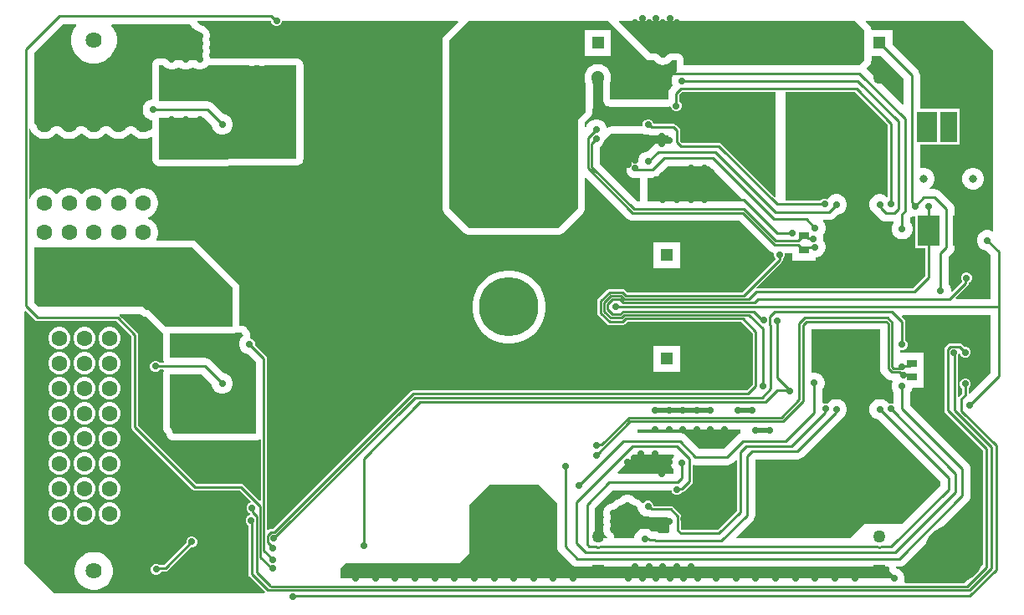
<source format=gbl>
G04*
G04 #@! TF.GenerationSoftware,Altium Limited,Altium Designer,22.9.1 (49)*
G04*
G04 Layer_Physical_Order=2*
G04 Layer_Color=16711680*
%FSLAX25Y25*%
%MOIN*%
G70*
G04*
G04 #@! TF.SameCoordinates,58640E65-FB78-4378-B78F-6D08F657F38D*
G04*
G04*
G04 #@! TF.FilePolarity,Positive*
G04*
G01*
G75*
%ADD21R,0.03858X0.03071*%
%ADD79C,0.03150*%
%ADD83C,0.01000*%
%ADD85C,0.03937*%
%ADD87R,0.05020X0.05020*%
%ADD88C,0.05020*%
%ADD89C,0.06319*%
%ADD90C,0.06398*%
%ADD91R,0.05020X0.05020*%
%ADD92C,0.02756*%
%ADD93C,0.23622*%
%ADD94R,0.08819X0.11890*%
%ADD95R,0.07913X0.11890*%
%ADD96R,0.06693X0.11890*%
%ADD97C,0.01968*%
G36*
X176709Y231821D02*
X171263Y226375D01*
X171263Y226375D01*
X170821Y225799D01*
X170543Y225129D01*
X170449Y224410D01*
Y157480D01*
X170543Y156761D01*
X170821Y156090D01*
X171263Y155515D01*
X179137Y147641D01*
X179712Y147199D01*
X180383Y146921D01*
X181102Y146827D01*
X216535D01*
X217255Y146921D01*
X217925Y147199D01*
X218501Y147641D01*
X218501Y147641D01*
X226375Y155515D01*
X226817Y156090D01*
X227094Y156761D01*
X227189Y157480D01*
Y169468D01*
X227651Y169659D01*
X243948Y153363D01*
X243948Y153363D01*
X244628Y152841D01*
X245420Y152513D01*
X246270Y152401D01*
X246270Y152401D01*
X288624D01*
X300434Y140591D01*
X301114Y140069D01*
X301906Y139741D01*
X302404Y139676D01*
X302559Y139407D01*
Y138546D01*
X302889Y137750D01*
X303249Y137389D01*
X289900Y124040D01*
X244047D01*
X243096Y124991D01*
X242670Y125276D01*
X242168Y125376D01*
X237028D01*
X236526Y125276D01*
X236511Y125266D01*
X236480Y125260D01*
X236054Y124975D01*
X232489Y121411D01*
X232205Y120985D01*
X232105Y120483D01*
Y115716D01*
X232205Y115213D01*
X232489Y114787D01*
X236047Y111229D01*
X236473Y110945D01*
X236976Y110845D01*
X242079D01*
X242581Y110945D01*
X243007Y111229D01*
X243985Y112207D01*
X289480D01*
X293963Y107724D01*
Y87158D01*
X291614Y84809D01*
X158693D01*
X158191Y84709D01*
X157765Y84424D01*
X103000Y29659D01*
X102091D01*
X101589Y29559D01*
X101163Y29275D01*
X101034Y29146D01*
X100573Y29337D01*
D01*
Y64922D01*
Y97591D01*
X100472Y98093D01*
X100188Y98519D01*
X95669Y103037D01*
Y103777D01*
X95340Y104573D01*
X94731Y105182D01*
X93935Y105512D01*
X93747Y105791D01*
X93661Y106012D01*
X93674Y106115D01*
X93722Y106291D01*
X93756Y106552D01*
Y106734D01*
X93780Y106915D01*
X93756Y107095D01*
Y107278D01*
X93709Y107454D01*
X93685Y107634D01*
X93615Y107802D01*
X93568Y107978D01*
X93477Y108136D01*
X93407Y108305D01*
X93296Y108449D01*
X93205Y108607D01*
X93076Y108736D01*
X92966Y108880D01*
X92802Y109044D01*
X92732Y109165D01*
X92290Y109741D01*
X91714Y110183D01*
X91044Y110461D01*
X90325Y110555D01*
X89394D01*
Y125984D01*
X89394Y125984D01*
X89299Y126704D01*
X89021Y127374D01*
X88580Y127950D01*
X72832Y143698D01*
X72256Y144140D01*
X71586Y144417D01*
X70866Y144512D01*
X56654D01*
X56455Y145012D01*
X56869Y146011D01*
X57096Y147154D01*
Y148319D01*
X56869Y149462D01*
X56423Y150538D01*
X55776Y151507D01*
X54952Y152331D01*
X53983Y152978D01*
X53018Y153378D01*
X52972Y153578D01*
Y153706D01*
X53018Y153905D01*
X53983Y154305D01*
X54952Y154953D01*
X55776Y155776D01*
X56423Y156745D01*
X56869Y157822D01*
X57096Y158965D01*
Y160130D01*
X56869Y161273D01*
X56423Y162349D01*
X55776Y163318D01*
X54952Y164142D01*
X53983Y164789D01*
X52907Y165235D01*
X51764Y165463D01*
X50599D01*
X49456Y165235D01*
X48379Y164789D01*
X47410Y164142D01*
X46586Y163318D01*
X46510Y163204D01*
X46010D01*
X45933Y163318D01*
X45109Y164142D01*
X44141Y164789D01*
X43064Y165235D01*
X41921Y165463D01*
X40756D01*
X39613Y165235D01*
X38537Y164789D01*
X37568Y164142D01*
X36744Y163318D01*
X36667Y163204D01*
X36167D01*
X36091Y163318D01*
X35267Y164142D01*
X34298Y164789D01*
X33222Y165235D01*
X32079Y165463D01*
X30913D01*
X29771Y165235D01*
X28694Y164789D01*
X27725Y164142D01*
X26901Y163318D01*
X26825Y163204D01*
X26325D01*
X26248Y163318D01*
X25424Y164142D01*
X24455Y164789D01*
X23379Y165235D01*
X22236Y165463D01*
X21071D01*
X19928Y165235D01*
X18852Y164789D01*
X17883Y164142D01*
X17059Y163318D01*
X16982Y163204D01*
X16482D01*
X16406Y163318D01*
X15582Y164142D01*
X14613Y164789D01*
X13536Y165235D01*
X12394Y165463D01*
X11228D01*
X10086Y165235D01*
X9009Y164789D01*
X8040Y164142D01*
X7216Y163318D01*
X6569Y162349D01*
X6123Y161273D01*
X5643Y161386D01*
Y189204D01*
X6123Y189318D01*
X6569Y188241D01*
X7216Y187273D01*
X8040Y186449D01*
X9009Y185801D01*
X10086Y185355D01*
X11228Y185128D01*
X12394D01*
X13536Y185355D01*
X14613Y185801D01*
X15582Y186449D01*
X16406Y187273D01*
X16482Y187387D01*
X16982D01*
X17059Y187273D01*
X17883Y186449D01*
X18852Y185801D01*
X19928Y185355D01*
X21071Y185128D01*
X22236D01*
X23379Y185355D01*
X24455Y185801D01*
X25424Y186449D01*
X26248Y187273D01*
X26325Y187387D01*
X26825D01*
X26901Y187273D01*
X27725Y186449D01*
X28694Y185801D01*
X29771Y185355D01*
X30913Y185128D01*
X32079D01*
X33222Y185355D01*
X34298Y185801D01*
X35267Y186449D01*
X36091Y187273D01*
X36167Y187387D01*
X36667D01*
X36744Y187273D01*
X37568Y186449D01*
X38537Y185801D01*
X39613Y185355D01*
X40756Y185128D01*
X41921D01*
X43064Y185355D01*
X44141Y185801D01*
X45109Y186449D01*
X45933Y187273D01*
X46010Y187387D01*
X46510D01*
X46586Y187273D01*
X47410Y186449D01*
X48379Y185801D01*
X49456Y185355D01*
X50599Y185128D01*
X51764D01*
X52907Y185355D01*
X53983Y185801D01*
X54299Y186012D01*
X54740Y185777D01*
Y177379D01*
X54740Y177375D01*
X54740Y177372D01*
X54788Y177015D01*
X54835Y176659D01*
X54836Y176656D01*
X54836Y176653D01*
X54975Y176320D01*
X55112Y175989D01*
X55115Y175986D01*
X55116Y175983D01*
X55335Y175698D01*
X55554Y175413D01*
X55557Y175411D01*
X55559Y175409D01*
X55913Y175056D01*
X55916Y175054D01*
X55918Y175051D01*
X56206Y174833D01*
X56490Y174616D01*
X56493Y174614D01*
X56496Y174612D01*
X56827Y174477D01*
X57161Y174339D01*
X57165Y174339D01*
X57168Y174338D01*
X57521Y174293D01*
X57881Y174247D01*
X57884Y174247D01*
X57888Y174247D01*
X112218Y174510D01*
X112571Y174558D01*
X112924Y174604D01*
X112930Y174607D01*
X112937Y174608D01*
X113265Y174745D01*
X113595Y174882D01*
X113600Y174886D01*
X113606Y174889D01*
X113888Y175107D01*
X114170Y175324D01*
X114174Y175329D01*
X114180Y175333D01*
X114396Y175618D01*
X114612Y175899D01*
X114615Y175906D01*
X114619Y175911D01*
X114753Y176241D01*
X114890Y176570D01*
X114891Y176577D01*
X114893Y176583D01*
X114938Y176936D01*
X114984Y177289D01*
X114984Y214567D01*
X114890Y215286D01*
X114612Y215957D01*
X114170Y216532D01*
X113595Y216974D01*
X112924Y217252D01*
X112205Y217347D01*
X99704D01*
X98985Y217252D01*
X98603Y217150D01*
X98247D01*
X97866Y217252D01*
X97146Y217347D01*
X95767D01*
X95048Y217252D01*
X94666Y217150D01*
X94310D01*
X93929Y217252D01*
X93209Y217347D01*
X77756D01*
Y217473D01*
X77480Y218504D01*
X77756Y219534D01*
Y220623D01*
X77480Y221654D01*
X77756Y222684D01*
Y223773D01*
X77480Y224803D01*
X77756Y225834D01*
Y226922D01*
X77474Y227974D01*
X76930Y228916D01*
X76160Y229686D01*
X75218Y230230D01*
X74166Y230512D01*
X74153D01*
X73404Y231261D01*
X72499Y231784D01*
X72487Y231829D01*
X72737Y232283D01*
X102165D01*
Y231853D01*
X102495Y231057D01*
X103104Y230448D01*
X103900Y230118D01*
X104761D01*
X105557Y230448D01*
X106166Y231057D01*
X106496Y231853D01*
Y232283D01*
X176518D01*
X176709Y231821D01*
D02*
G37*
G36*
X69953Y230728D02*
X70090Y230397D01*
X70091Y230395D01*
X70092Y230394D01*
X70311Y230108D01*
X70531Y229820D01*
X70532Y229819D01*
X70533Y229818D01*
X70818Y229599D01*
X71106Y229378D01*
X71108Y229377D01*
X71109Y229376D01*
X71698Y229036D01*
X72188Y228546D01*
X72763Y228104D01*
X73434Y227827D01*
X73460Y227823D01*
X74145Y227640D01*
X74454Y227462D01*
X74706Y227209D01*
X74884Y226901D01*
X74976Y226556D01*
Y226200D01*
X74795Y225523D01*
X74700Y224803D01*
X74795Y224084D01*
X74976Y223407D01*
Y223050D01*
X74795Y222373D01*
X74700Y221654D01*
X74795Y220934D01*
X74976Y220257D01*
Y219900D01*
X74795Y219223D01*
X74700Y218504D01*
X74795Y217785D01*
X75010Y216983D01*
X74882Y216729D01*
X74627Y216488D01*
X74609Y216483D01*
X71684D01*
X71586Y216524D01*
X70866Y216619D01*
X70147Y216524D01*
X70048Y216483D01*
X66173D01*
X66074Y216524D01*
X65354Y216619D01*
X64635Y216524D01*
X64536Y216483D01*
X61193D01*
X61154Y216532D01*
X60579Y216974D01*
X59908Y217252D01*
X59189Y217347D01*
X57520D01*
X56800Y217252D01*
X56130Y216974D01*
X55554Y216532D01*
X55112Y215957D01*
X54835Y215286D01*
X54740Y214567D01*
Y200984D01*
X54574D01*
X53522Y200703D01*
X52580Y200158D01*
X51810Y199389D01*
X51266Y198446D01*
X50984Y197395D01*
Y196306D01*
X51266Y195255D01*
X51810Y194312D01*
X52580Y193543D01*
X53522Y192998D01*
X54574Y192717D01*
X54740D01*
Y189168D01*
X54240Y188787D01*
X54208Y188791D01*
X54163Y188783D01*
X54117Y188786D01*
X53806Y188724D01*
X53492Y188672D01*
X53450Y188653D01*
X53405Y188645D01*
X53121Y188504D01*
X52831Y188373D01*
X52796Y188344D01*
X52755Y188323D01*
X52666Y188265D01*
X52096Y188028D01*
X51490Y187908D01*
X50872D01*
X50266Y188028D01*
X49696Y188265D01*
X49182Y188608D01*
X48601Y189189D01*
X48475Y189353D01*
X48403Y189408D01*
X48343Y189477D01*
X48116Y189628D01*
X47900Y189794D01*
X47815Y189829D01*
X47739Y189880D01*
X47481Y189968D01*
X47229Y190072D01*
X47139Y190084D01*
X47052Y190113D01*
X46780Y190131D01*
X46510Y190167D01*
X46010D01*
X45740Y190131D01*
X45467Y190113D01*
X45381Y190084D01*
X45290Y190072D01*
X45039Y189968D01*
X44780Y189880D01*
X44704Y189829D01*
X44620Y189794D01*
X44404Y189628D01*
X44177Y189477D01*
X44117Y189408D01*
X44044Y189353D01*
X43919Y189189D01*
X43337Y188608D01*
X42824Y188265D01*
X42253Y188028D01*
X41647Y187908D01*
X41030D01*
X40424Y188028D01*
X39853Y188265D01*
X39340Y188608D01*
X38758Y189189D01*
X38633Y189353D01*
X38560Y189408D01*
X38500Y189477D01*
X38274Y189628D01*
X38057Y189794D01*
X37973Y189829D01*
X37897Y189880D01*
X37639Y189968D01*
X37387Y190072D01*
X37296Y190084D01*
X37210Y190113D01*
X36937Y190131D01*
X36667Y190167D01*
X36167D01*
X35897Y190131D01*
X35625Y190113D01*
X35538Y190084D01*
X35448Y190072D01*
X35196Y189968D01*
X34938Y189880D01*
X34862Y189829D01*
X34778Y189794D01*
X34561Y189628D01*
X34335Y189477D01*
X34274Y189408D01*
X34202Y189353D01*
X34076Y189189D01*
X33495Y188608D01*
X32981Y188265D01*
X32411Y188028D01*
X31805Y187908D01*
X31187D01*
X30581Y188028D01*
X30011Y188265D01*
X29497Y188608D01*
X28916Y189189D01*
X28790Y189353D01*
X28718Y189408D01*
X28658Y189477D01*
X28431Y189628D01*
X28215Y189794D01*
X28130Y189829D01*
X28054Y189880D01*
X27796Y189968D01*
X27544Y190072D01*
X27454Y190084D01*
X27367Y190113D01*
X27095Y190131D01*
X26825Y190167D01*
X26325D01*
X26055Y190131D01*
X25782Y190113D01*
X25696Y190084D01*
X25605Y190072D01*
X25354Y189968D01*
X25095Y189880D01*
X25019Y189829D01*
X24935Y189794D01*
X24719Y189628D01*
X24492Y189477D01*
X24432Y189408D01*
X24359Y189353D01*
X24234Y189189D01*
X23652Y188608D01*
X23139Y188265D01*
X22568Y188028D01*
X21962Y187908D01*
X21345D01*
X20739Y188028D01*
X20168Y188265D01*
X19655Y188608D01*
X19073Y189189D01*
X18948Y189353D01*
X18875Y189408D01*
X18815Y189477D01*
X18588Y189628D01*
X18372Y189794D01*
X18288Y189829D01*
X18212Y189880D01*
X17954Y189968D01*
X17702Y190072D01*
X17611Y190084D01*
X17525Y190113D01*
X17253Y190131D01*
X16982Y190167D01*
X16482D01*
X16212Y190131D01*
X15940Y190113D01*
X15853Y190084D01*
X15763Y190072D01*
X15511Y189968D01*
X15253Y189880D01*
X15177Y189829D01*
X15092Y189794D01*
X14876Y189628D01*
X14649Y189477D01*
X14589Y189408D01*
X14517Y189353D01*
X14391Y189189D01*
X13810Y188608D01*
X13296Y188265D01*
X12726Y188028D01*
X12120Y187908D01*
X11502D01*
X10896Y188028D01*
X10326Y188265D01*
X9812Y188608D01*
X9375Y189044D01*
X9032Y189558D01*
X8691Y190382D01*
X8620Y190504D01*
X8570Y190637D01*
X8439Y190817D01*
X8328Y191010D01*
X8228Y191110D01*
X8145Y191225D01*
X7972Y191366D01*
X7815Y191523D01*
X7692Y191594D01*
X7615Y191657D01*
Y219506D01*
X19077Y230968D01*
X24358D01*
X24549Y230506D01*
X24386Y230343D01*
X23384Y228844D01*
X22694Y227178D01*
X22343Y225409D01*
Y223606D01*
X22694Y221838D01*
X23384Y220172D01*
X24386Y218673D01*
X25661Y217398D01*
X27160Y216396D01*
X28826Y215706D01*
X30595Y215354D01*
X32398D01*
X34166Y215706D01*
X35832Y216396D01*
X37331Y217398D01*
X38606Y218673D01*
X39608Y220172D01*
X40298Y221838D01*
X40650Y223606D01*
Y225409D01*
X40298Y227178D01*
X39608Y228844D01*
X38606Y230343D01*
X38443Y230506D01*
X38634Y230968D01*
X69854D01*
X69953Y230728D01*
D02*
G37*
G36*
X338583Y228346D02*
X338583D01*
Y216535D01*
X336629Y214582D01*
X336409Y214611D01*
X336409Y214611D01*
X266559Y214611D01*
Y216535D01*
X266464Y217255D01*
X266187Y217925D01*
X265745Y218501D01*
X265169Y218943D01*
X264499Y219220D01*
X263779Y219315D01*
X262321D01*
X262140Y219291D01*
X261958D01*
X261782Y219244D01*
X261602Y219220D01*
X261468Y219165D01*
X261177Y219127D01*
X261177D01*
X260476Y218939D01*
X259847Y218576D01*
X259334Y218063D01*
X259233Y217932D01*
X258951Y217715D01*
X258621Y217578D01*
X258268Y217532D01*
X257914Y217578D01*
X257585Y217715D01*
X257302Y217932D01*
X257201Y218063D01*
X256688Y218576D01*
X256060Y218939D01*
X255359Y219127D01*
X255359D01*
X255067Y219165D01*
X254934Y219220D01*
X254753Y219244D01*
X254577Y219291D01*
X254395D01*
X254214Y219315D01*
X253120D01*
X240614Y231821D01*
X240805Y232283D01*
X334646D01*
X338583Y228346D01*
D02*
G37*
G36*
X112205Y177289D02*
X57874Y177026D01*
X57520Y177379D01*
Y193464D01*
X57656Y193543D01*
X57680Y193566D01*
X75411D01*
X78543Y190434D01*
Y190401D01*
X78825Y189349D01*
X79369Y188407D01*
X80139Y187637D01*
X81082Y187093D01*
X82133Y186811D01*
X83221D01*
X84273Y187093D01*
X85215Y187637D01*
X85985Y188407D01*
X86529Y189349D01*
X86811Y190401D01*
Y191489D01*
X86529Y192541D01*
X85985Y193483D01*
X85215Y194253D01*
X84273Y194797D01*
X83221Y195079D01*
X83188D01*
X79094Y199172D01*
X78414Y199694D01*
X77622Y200023D01*
X76772Y200134D01*
X76772Y200134D01*
X57680D01*
X57656Y200158D01*
X57520Y200237D01*
Y214567D01*
X59189D01*
X59290Y214391D01*
X60060Y213621D01*
X61003Y213077D01*
X62054Y212795D01*
X63143D01*
X64194Y213077D01*
X65137Y213621D01*
X65354Y213839D01*
X65572Y213621D01*
X66515Y213077D01*
X67566Y212795D01*
X68655D01*
X69706Y213077D01*
X70648Y213621D01*
X70866Y213839D01*
X71084Y213621D01*
X72026Y213077D01*
X73078Y212795D01*
X74166D01*
X75218Y213077D01*
X76160Y213621D01*
X76930Y214391D01*
X77032Y214567D01*
X93209D01*
X93944Y214370D01*
X95032D01*
X95767Y214567D01*
X97146D01*
X97881Y214370D01*
X98969D01*
X99704Y214567D01*
X112205D01*
X112205Y177289D01*
D02*
G37*
G36*
X251969Y216535D02*
X254214D01*
X254433Y216445D01*
X254996Y216371D01*
X255319Y215949D01*
X256183Y215287D01*
X257189Y214870D01*
X258268Y214728D01*
X259347Y214870D01*
X260352Y215287D01*
X261216Y215949D01*
X261539Y216371D01*
X262103Y216445D01*
X262321Y216535D01*
X263779D01*
Y211886D01*
X263762Y211879D01*
X262898Y211216D01*
X262235Y210352D01*
X261819Y209347D01*
X261677Y208268D01*
X261819Y207189D01*
X262101Y206509D01*
X261289Y205697D01*
X260767Y205017D01*
X260603Y204621D01*
X260439Y204225D01*
X260327Y203375D01*
X260327Y203375D01*
Y200819D01*
X260303Y200787D01*
X237049Y200787D01*
Y207390D01*
X237414Y208271D01*
X237595Y209646D01*
X237414Y211020D01*
X236883Y212301D01*
X236039Y213401D01*
X234939Y214245D01*
X233658Y214776D01*
X232283Y214957D01*
X230909Y214776D01*
X229628Y214245D01*
X228528Y213401D01*
X227684Y212301D01*
X227153Y211020D01*
X226972Y209646D01*
X227153Y208271D01*
X227518Y207390D01*
Y197497D01*
X227484Y197414D01*
X227321Y196181D01*
X227363Y195867D01*
X224409Y192913D01*
X224410Y157480D01*
X216535Y149606D01*
X181102D01*
X173228Y157480D01*
Y224410D01*
X181102Y232283D01*
X236221D01*
X251969Y216535D01*
D02*
G37*
G36*
X354090Y209179D02*
Y198944D01*
X353628Y198753D01*
X339179Y213201D01*
X340548Y214570D01*
X340990Y215146D01*
X341268Y215816D01*
X341362Y216535D01*
Y218159D01*
X345110D01*
X354090Y209179D01*
D02*
G37*
G36*
X250789Y187022D02*
X251840Y186740D01*
X252640D01*
X252998Y186592D01*
X253848Y186480D01*
X260505D01*
Y183849D01*
X260505Y183849D01*
X260540Y183581D01*
X260210Y183205D01*
X256295D01*
X256295Y183205D01*
X255445Y183093D01*
X254653Y182765D01*
X253973Y182243D01*
X253973Y182243D01*
X252060Y180331D01*
X252027D01*
X250975Y180049D01*
X250033Y179505D01*
X249263Y178735D01*
X248719Y177793D01*
X248437Y176741D01*
Y176119D01*
X247059D01*
X246209Y176007D01*
X245417Y175679D01*
X244737Y175157D01*
X244215Y174477D01*
X243887Y173685D01*
X243775Y172835D01*
X243887Y171985D01*
X244215Y171193D01*
X244737Y170512D01*
X245417Y169991D01*
X246209Y169662D01*
X247059Y169551D01*
X248961D01*
X249189Y169291D01*
Y160371D01*
X248211D01*
X233205Y175376D01*
Y181922D01*
X234037Y182754D01*
X234559Y183434D01*
X234887Y184226D01*
X234926Y184517D01*
X237771Y187362D01*
X250199D01*
X250789Y187022D01*
D02*
G37*
G36*
X290035Y160833D02*
X289844Y160371D01*
X251969D01*
Y169291D01*
X252228Y169551D01*
X254075D01*
X254075Y169551D01*
X254925Y169662D01*
X255717Y169991D01*
X256397Y170512D01*
X260159Y174275D01*
X276592D01*
X290035Y160833D01*
D02*
G37*
G36*
X347892Y190803D02*
Y162236D01*
X347430Y162044D01*
X347218Y162257D01*
X346275Y162801D01*
X345224Y163083D01*
X344135D01*
X343084Y162801D01*
X342141Y162257D01*
X341372Y161487D01*
X340827Y160544D01*
X340546Y159493D01*
Y158405D01*
X340827Y157353D01*
X341372Y156411D01*
X342141Y155641D01*
X342690Y155324D01*
X342693Y155320D01*
X344831Y153182D01*
X344831Y153182D01*
X345512Y152660D01*
X346304Y152332D01*
X347154Y152220D01*
X350088D01*
X350218Y151720D01*
X349691Y150808D01*
X349410Y149757D01*
Y148668D01*
X349691Y147617D01*
X350235Y146674D01*
X351005Y145905D01*
X351948Y145361D01*
X352999Y145079D01*
X354087D01*
X355139Y145361D01*
X356082Y145905D01*
X356851Y146674D01*
X357395Y147617D01*
X357677Y148668D01*
Y149757D01*
X357395Y150808D01*
X356851Y151751D01*
X356827Y151775D01*
Y153754D01*
X356948Y153875D01*
X356948Y153875D01*
X357313Y154350D01*
X358117Y154134D01*
X358622D01*
Y141516D01*
X362900D01*
Y130414D01*
X357946Y125460D01*
X295740D01*
X295533Y125960D01*
X305602Y136029D01*
X305886Y136455D01*
X305986Y136957D01*
Y137176D01*
X306560Y137750D01*
X306890Y138546D01*
Y139407D01*
X307038Y139629D01*
X309882D01*
Y136653D01*
X319252D01*
Y137902D01*
X319442D01*
X320493Y138183D01*
X321436Y138727D01*
X322205Y139497D01*
X322750Y140440D01*
X323031Y141491D01*
Y142580D01*
X322750Y143631D01*
X322205Y144574D01*
X322173Y144606D01*
X322221Y144784D01*
Y145872D01*
X321979Y146775D01*
X322205Y147001D01*
X322750Y147944D01*
X323031Y148995D01*
Y150084D01*
X322750Y151135D01*
X322205Y152078D01*
X321996Y152287D01*
X322187Y152749D01*
X324454D01*
X324454Y152749D01*
X325304Y152861D01*
X326096Y153189D01*
X326777Y153711D01*
X327881Y154815D01*
X327914D01*
X328966Y155097D01*
X329908Y155641D01*
X330678Y156411D01*
X331222Y157353D01*
X331504Y158405D01*
Y159493D01*
X331222Y160545D01*
X330678Y161487D01*
X329908Y162257D01*
X328966Y162801D01*
X327914Y163083D01*
X326826D01*
X325775Y162801D01*
X324832Y162257D01*
X324062Y161487D01*
X323763Y160970D01*
X323068Y161258D01*
X322207D01*
X321411Y160928D01*
X320888Y160405D01*
X307087D01*
Y203877D01*
X334818D01*
X347892Y190803D01*
D02*
G37*
G36*
X232932Y212068D02*
X233537Y211817D01*
X234057Y211419D01*
X234455Y210899D01*
X234705Y210295D01*
X234791Y209646D01*
X234705Y208997D01*
X234481Y208453D01*
X234433Y208278D01*
X234364Y208109D01*
X234340Y207928D01*
X234293Y207753D01*
Y207570D01*
X234269Y207390D01*
Y200787D01*
X234364Y200068D01*
X234641Y199398D01*
X235083Y198822D01*
X235659Y198380D01*
X236329Y198102D01*
X237049Y198008D01*
X260303Y198008D01*
X260484Y198031D01*
X260666Y198031D01*
X260842Y198079D01*
X260946Y198092D01*
X261304Y197953D01*
X261446Y197877D01*
X261775Y197081D01*
X262385Y196472D01*
X263180Y196143D01*
X264042D01*
X264838Y196472D01*
X265447Y197081D01*
X265776Y197877D01*
Y198739D01*
X265447Y199535D01*
X264924Y200058D01*
Y202831D01*
X265969Y203877D01*
X303150D01*
Y162155D01*
X302688Y161964D01*
X281440Y183212D01*
X281014Y183496D01*
X280512Y183596D01*
X265898D01*
X265101Y184393D01*
Y188573D01*
X265002Y189076D01*
X264717Y189502D01*
X263527Y190692D01*
X263101Y190977D01*
X262598Y191076D01*
X254550D01*
Y191305D01*
X254220Y192100D01*
X253611Y192709D01*
X252815Y193039D01*
X251954D01*
X251158Y192709D01*
X250549Y192100D01*
X250219Y191305D01*
Y190626D01*
X250211Y190437D01*
X249802Y190142D01*
X237771D01*
X237051Y190047D01*
X236381Y189769D01*
X236274Y189687D01*
X235704Y189880D01*
X235545Y190474D01*
X235001Y191416D01*
X234231Y192186D01*
X233289Y192730D01*
X232237Y193012D01*
X231149D01*
X230097Y192730D01*
X229155Y192186D01*
X228385Y191416D01*
X227841Y190474D01*
X227689Y189908D01*
X227189Y189973D01*
Y191762D01*
X229328Y193901D01*
X229439Y194046D01*
X229568Y194175D01*
X229659Y194332D01*
X229770Y194477D01*
X229840Y194645D01*
X229931Y194803D01*
X229978Y194979D01*
X230048Y195147D01*
X230071Y195328D01*
X230119Y195504D01*
Y195686D01*
X230142Y195867D01*
X230119Y196047D01*
Y196132D01*
X230228Y196962D01*
X230274Y197135D01*
Y197317D01*
X230298Y197497D01*
Y207390D01*
X230274Y207570D01*
Y207753D01*
X230227Y207928D01*
X230203Y208109D01*
X230134Y208278D01*
X230086Y208453D01*
X229861Y208997D01*
X229776Y209646D01*
X229861Y210295D01*
X230112Y210899D01*
X230510Y211419D01*
X231030Y211817D01*
X231634Y212068D01*
X232283Y212153D01*
X232932Y212068D01*
D02*
G37*
G36*
X389764Y220472D02*
Y148623D01*
X389331Y148373D01*
X389115Y148498D01*
X388064Y148779D01*
X386976D01*
X385924Y148498D01*
X384981Y147954D01*
X384212Y147184D01*
X383667Y146241D01*
X383386Y145190D01*
Y144101D01*
X383667Y143050D01*
X384212Y142107D01*
X384981Y141338D01*
X385924Y140794D01*
X386976Y140512D01*
X387009D01*
X388736Y138785D01*
Y121394D01*
X375085D01*
X374894Y121856D01*
X379726Y126689D01*
X380011Y127114D01*
X380111Y127617D01*
Y127785D01*
X380360Y127889D01*
X380970Y128498D01*
X381299Y129294D01*
Y130155D01*
X380970Y130951D01*
X380360Y131560D01*
X379565Y131890D01*
X378703D01*
X377907Y131560D01*
X377298Y130951D01*
X376969Y130155D01*
Y129294D01*
X377298Y128498D01*
X377485Y128311D01*
Y128161D01*
X373532Y124207D01*
X373031Y124414D01*
Y125257D01*
X372750Y126308D01*
X372205Y127251D01*
X372182Y127275D01*
Y138050D01*
X373582Y139451D01*
X373582Y139451D01*
X374104Y140131D01*
X374432Y140923D01*
X374544Y141773D01*
X374544Y141773D01*
Y157087D01*
X374432Y157937D01*
X374104Y158729D01*
X373582Y159409D01*
X373582Y159409D01*
X368858Y164133D01*
X368177Y164655D01*
X367385Y164983D01*
X366535Y165095D01*
X366535Y165095D01*
X364599D01*
X364465Y165595D01*
X364864Y165826D01*
X365670Y166632D01*
X366241Y167620D01*
X366536Y168721D01*
Y169861D01*
X366241Y170963D01*
X365670Y171951D01*
X364864Y172757D01*
X363877Y173327D01*
X362775Y173622D01*
X361634D01*
X361054Y173467D01*
X360658Y173771D01*
Y182815D01*
X376535D01*
Y197067D01*
X360658D01*
Y210540D01*
X360658Y210540D01*
X360546Y211390D01*
X360218Y212182D01*
X359696Y212862D01*
X349754Y222804D01*
Y228691D01*
X341317D01*
X341268Y229066D01*
X340990Y229736D01*
X340548Y230312D01*
X340548Y230312D01*
X339039Y231821D01*
X339230Y232283D01*
X377953D01*
X389764Y220472D01*
D02*
G37*
G36*
X86614Y125984D02*
Y110236D01*
X60148D01*
X54245Y116139D01*
X54245Y116139D01*
X53670Y116580D01*
X52999Y116858D01*
X52347Y116944D01*
X51181Y118110D01*
X9369D01*
X7615Y119864D01*
Y141732D01*
X70866D01*
X86614Y125984D01*
D02*
G37*
G36*
X388736Y91805D02*
X380515Y83584D01*
X380053Y83776D01*
Y85652D01*
X380576Y86175D01*
X380906Y86971D01*
Y87832D01*
X380576Y88628D01*
X379967Y89237D01*
X379171Y89567D01*
X378309D01*
X377514Y89237D01*
X376905Y88628D01*
X376575Y87832D01*
Y86971D01*
X376905Y86175D01*
X377428Y85652D01*
Y83486D01*
X376328Y82386D01*
X376222Y82228D01*
X375722Y82379D01*
Y98689D01*
X375783Y98751D01*
X376099Y99512D01*
X376285Y99534D01*
X376599Y99512D01*
X376905Y98773D01*
X377514Y98164D01*
X378309Y97835D01*
X379171D01*
X379967Y98164D01*
X380576Y98773D01*
X380906Y99569D01*
Y100431D01*
X380576Y101227D01*
X379967Y101836D01*
X379171Y102165D01*
X378431D01*
X377306Y103290D01*
X376880Y103575D01*
X376378Y103675D01*
X372772D01*
X372269Y103575D01*
X371844Y103290D01*
X370721Y102168D01*
X370436Y101742D01*
X370336Y101240D01*
Y76776D01*
X370436Y76274D01*
X370721Y75848D01*
X385695Y60874D01*
Y15617D01*
X378084Y8005D01*
X354643D01*
X354315Y8506D01*
X354528Y9298D01*
Y10387D01*
X354246Y11438D01*
X353702Y12381D01*
X352932Y13150D01*
X351989Y13695D01*
X351102Y13932D01*
X351167Y14433D01*
X352362D01*
X352362Y14433D01*
X353212Y14544D01*
X354004Y14873D01*
X354684Y15394D01*
X379881Y40591D01*
X379881Y40591D01*
X380403Y41271D01*
X380731Y42063D01*
X380843Y42913D01*
X380843Y42913D01*
Y53543D01*
X380843Y53543D01*
X380731Y54393D01*
X380403Y55185D01*
X379881Y55866D01*
X356827Y78919D01*
Y84013D01*
X356851Y84037D01*
X357395Y84979D01*
X357633Y85866D01*
X362165D01*
Y91378D01*
Y99961D01*
X352890D01*
Y100836D01*
X353113Y100984D01*
X353974D01*
X354770Y101314D01*
X355379Y101923D01*
X355709Y102719D01*
Y103580D01*
X355379Y104376D01*
X354856Y104899D01*
Y112386D01*
X354756Y112888D01*
X354471Y113314D01*
X353421Y114364D01*
X353612Y114826D01*
X388736D01*
Y91805D01*
D02*
G37*
G36*
X50382Y114979D02*
X50526Y114868D01*
X50655Y114739D01*
X50813Y114648D01*
X50958Y114537D01*
X51126Y114467D01*
X51284Y114376D01*
X51459Y114329D01*
X51628Y114259D01*
X51809Y114235D01*
X51985Y114188D01*
X52097Y114173D01*
X52280D01*
X58182Y108271D01*
X58758Y107829D01*
X59092Y107691D01*
X59091Y107668D01*
X59055Y107398D01*
Y97772D01*
X59150Y97053D01*
X59427Y96382D01*
X59490Y96301D01*
X59244Y95801D01*
X57852D01*
X57329Y96324D01*
X56533Y96653D01*
X55672D01*
X54876Y96324D01*
X54267Y95715D01*
X53937Y94919D01*
Y94058D01*
X54267Y93262D01*
X54876Y92652D01*
X55672Y92323D01*
X56533D01*
X57329Y92652D01*
X57852Y93176D01*
X59244D01*
X59490Y92676D01*
X59427Y92594D01*
X59150Y91924D01*
X59055Y91204D01*
Y69995D01*
X59150Y69276D01*
X59427Y68606D01*
X59869Y68030D01*
X59869Y68030D01*
X60139Y67761D01*
X60317Y67452D01*
X60443Y66982D01*
X60720Y66312D01*
X61162Y65736D01*
X61738Y65294D01*
X62408Y65017D01*
X63128Y64922D01*
X95976D01*
X96695Y65017D01*
X97366Y65294D01*
X97447Y65357D01*
X97947Y65110D01*
Y40964D01*
X97485Y40773D01*
X91070Y47188D01*
X90644Y47473D01*
X90142Y47572D01*
X72394D01*
X49132Y70835D01*
Y106905D01*
X49032Y107408D01*
X48747Y107834D01*
X42869Y113711D01*
X41873Y114708D01*
X41689Y114831D01*
X41841Y115331D01*
X50030D01*
X50382Y114979D01*
D02*
G37*
G36*
X90578Y107337D02*
X91000Y106915D01*
X90966Y106654D01*
X90196Y105885D01*
X89652Y104942D01*
X89370Y103891D01*
Y102802D01*
X89652Y101751D01*
X90196Y100808D01*
X90966Y100039D01*
X91908Y99494D01*
X92960Y99213D01*
X92993D01*
X95976Y96230D01*
Y67702D01*
X63128D01*
X62907Y68525D01*
X62363Y69467D01*
X61835Y69996D01*
Y91204D01*
X74427D01*
X78543Y87088D01*
Y87054D01*
X78825Y86003D01*
X79369Y85060D01*
X80139Y84290D01*
X81082Y83746D01*
X82133Y83465D01*
X83221D01*
X84273Y83746D01*
X85215Y84290D01*
X85985Y85060D01*
X86529Y86003D01*
X86811Y87054D01*
Y88143D01*
X86529Y89194D01*
X85985Y90137D01*
X85215Y90906D01*
X84273Y91451D01*
X83221Y91732D01*
X83188D01*
X78110Y96810D01*
X77429Y97332D01*
X76637Y97660D01*
X75787Y97772D01*
X75787Y97772D01*
X61835D01*
Y107398D01*
X61886Y107457D01*
X86614D01*
X87334Y107551D01*
X87875Y107776D01*
X90325D01*
X90578Y107337D01*
D02*
G37*
G36*
X344747Y93423D02*
X344747Y93423D01*
X344859Y92573D01*
X345187Y91781D01*
X345709Y91101D01*
X347006Y89804D01*
X347007Y89804D01*
X347687Y89282D01*
X348479Y88954D01*
X349329Y88842D01*
X349329Y88842D01*
X349579D01*
X349829Y88409D01*
X349691Y88170D01*
X349410Y87119D01*
Y86031D01*
X349691Y84979D01*
X350235Y84037D01*
X350259Y84013D01*
Y79808D01*
X349759Y79474D01*
X349451Y79602D01*
X348589D01*
X348204Y79442D01*
X348001Y79794D01*
X347231Y80564D01*
X346288Y81108D01*
X345237Y81390D01*
X344149D01*
X343097Y81108D01*
X342155Y80564D01*
X341385Y79794D01*
X340841Y78851D01*
X340559Y77800D01*
Y76712D01*
X340841Y75660D01*
X341385Y74718D01*
X342155Y73948D01*
X343097Y73404D01*
X344149Y73122D01*
X344182D01*
X368763Y48541D01*
Y46734D01*
X353525Y31496D01*
X338583D01*
X332882Y25796D01*
X287786D01*
X287595Y26258D01*
X294054Y32717D01*
X294054Y32717D01*
X294576Y33397D01*
X294904Y34189D01*
X295016Y35039D01*
Y57136D01*
X295227Y57346D01*
X311811D01*
X311811Y57346D01*
X312661Y57458D01*
X313453Y57786D01*
X314133Y58308D01*
X329356Y73531D01*
X329492Y73708D01*
X329908Y73948D01*
X330678Y74718D01*
X331222Y75660D01*
X331504Y76712D01*
Y77800D01*
X331222Y78851D01*
X330678Y79794D01*
X329908Y80564D01*
X328966Y81108D01*
X327914Y81390D01*
X326826D01*
X325775Y81108D01*
X324832Y80564D01*
X324062Y79794D01*
X323858Y79441D01*
X323474Y79600D01*
X322612D01*
X322288Y79466D01*
X321788Y79800D01*
Y85194D01*
X321812Y85218D01*
X322356Y86160D01*
X322638Y87212D01*
Y88300D01*
X322356Y89351D01*
X321812Y90294D01*
X321042Y91064D01*
X320099Y91608D01*
X319048Y91890D01*
X317960D01*
X317681Y91815D01*
X317284Y92119D01*
Y109102D01*
X344747D01*
Y93423D01*
D02*
G37*
G36*
X288976Y67602D02*
X288515Y67411D01*
X288175Y67150D01*
X287835Y66889D01*
X287835Y66889D01*
X282541Y61595D01*
X272577D01*
X267283Y66889D01*
X266603Y67411D01*
X266139Y67603D01*
X265811Y67739D01*
X264961Y67851D01*
X264961Y67851D01*
X248031D01*
Y69189D01*
X288976D01*
Y67602D01*
D02*
G37*
G36*
X287664Y56776D02*
Y36764D01*
X280008Y29108D01*
X265878D01*
X265486Y29500D01*
Y34646D01*
X265386Y35148D01*
X265101Y35574D01*
X262346Y38330D01*
X261920Y38614D01*
X261417Y38714D01*
X254528D01*
Y39013D01*
X254198Y39809D01*
X253589Y40418D01*
X252793Y40748D01*
X251932D01*
X251136Y40418D01*
X250707Y39990D01*
X250232Y39946D01*
X250081Y40017D01*
X249389Y40709D01*
X248446Y41254D01*
X247395Y41535D01*
X247382D01*
X246633Y42284D01*
X245690Y42829D01*
X244639Y43110D01*
X243550D01*
X242499Y42829D01*
X241556Y42284D01*
X240807Y41535D01*
X240794D01*
X239743Y41254D01*
X238800Y40709D01*
X238052Y39961D01*
X238038D01*
X236987Y39679D01*
X236044Y39135D01*
X235275Y38365D01*
X234731Y37422D01*
X234449Y36371D01*
Y35282D01*
X234725Y34252D01*
X234449Y33221D01*
Y32133D01*
X234725Y31102D01*
X234449Y30072D01*
Y28983D01*
X234731Y27932D01*
X235275Y26989D01*
X235968Y26296D01*
X235860Y25796D01*
X233312D01*
X232507Y25690D01*
X232501Y25716D01*
X232066D01*
X232060Y25690D01*
X231255Y25796D01*
X231237D01*
Y38010D01*
X238278Y45051D01*
X261614D01*
Y44845D01*
X261944Y44049D01*
X262553Y43440D01*
X263349Y43110D01*
X264210D01*
X265006Y43440D01*
X265615Y44049D01*
X265632Y44090D01*
X265723D01*
X266225Y44190D01*
X266651Y44474D01*
X269727Y47551D01*
X270012Y47977D01*
X270112Y48479D01*
Y54753D01*
X270612Y55107D01*
X271217Y55027D01*
X271217Y55027D01*
X283902D01*
X283902Y55027D01*
X284752Y55139D01*
X285544Y55467D01*
X286224Y55989D01*
X287202Y56967D01*
X287664Y56776D01*
D02*
G37*
G36*
X262909Y58825D02*
X262432Y58349D01*
X261888Y57406D01*
X261606Y56355D01*
Y55266D01*
X261888Y54215D01*
X262432Y53272D01*
X262456Y53248D01*
Y51619D01*
X240327D01*
X240228Y52119D01*
X247423Y59314D01*
X262419D01*
X262909Y58825D01*
D02*
G37*
G36*
X244617Y40238D02*
X244926Y40060D01*
X245416Y39570D01*
X245992Y39128D01*
X246662Y38850D01*
X246688Y38847D01*
X247373Y38663D01*
X247682Y38485D01*
X248115Y38052D01*
X248212Y37977D01*
X248258Y37927D01*
X248510Y36987D01*
X249054Y36044D01*
X249824Y35275D01*
X250767Y34730D01*
X251818Y34449D01*
X252446D01*
X252976Y34229D01*
X253826Y34118D01*
X260057D01*
X260889Y33285D01*
Y28957D01*
X260889Y28957D01*
X260941Y28561D01*
X260503Y28060D01*
X256659D01*
X256546Y28147D01*
X255754Y28475D01*
X254904Y28587D01*
X254904Y28587D01*
X254568D01*
X253831Y28646D01*
X253598Y28879D01*
X252655Y29423D01*
X251604Y29705D01*
X250516D01*
X249464Y29423D01*
X248521Y28879D01*
X247752Y28109D01*
X247208Y27167D01*
X246926Y26115D01*
Y25796D01*
X239123D01*
X238748Y26296D01*
X238739Y26364D01*
X238744Y26433D01*
X238692Y26723D01*
X238653Y27015D01*
X238627Y27079D01*
X238614Y27147D01*
X238488Y27413D01*
X238375Y27686D01*
X238334Y27740D01*
X238304Y27803D01*
X238113Y28027D01*
X237934Y28262D01*
X237499Y28696D01*
X237321Y29005D01*
X237228Y29349D01*
Y29706D01*
X237410Y30383D01*
X237410Y30383D01*
X237505Y31102D01*
X237410Y31822D01*
X237410Y31822D01*
X237228Y32499D01*
Y32855D01*
X237410Y33533D01*
X237505Y34252D01*
X237410Y34971D01*
X237228Y35649D01*
Y36005D01*
X237321Y36349D01*
X237499Y36658D01*
X237751Y36910D01*
X238060Y37089D01*
X238745Y37272D01*
X238771Y37276D01*
X239441Y37553D01*
X240017Y37995D01*
X240017Y37995D01*
X240507Y38485D01*
X240816Y38664D01*
X241501Y38847D01*
X241527Y38851D01*
X242197Y39128D01*
X242773Y39570D01*
X242773Y39570D01*
X243263Y40060D01*
X243572Y40238D01*
X243916Y40330D01*
X244273D01*
X244617Y40238D01*
D02*
G37*
G36*
X216007Y39898D02*
Y22441D01*
X216007Y22441D01*
X216119Y21591D01*
X216447Y20799D01*
X216969Y20119D01*
X221694Y15394D01*
X221694Y15394D01*
X222374Y14873D01*
X223166Y14544D01*
X224016Y14433D01*
X347997D01*
X348322Y13932D01*
X348346Y13752D01*
Y13570D01*
X348393Y13394D01*
X348417Y13213D01*
X348486Y13045D01*
X348534Y12869D01*
X348624Y12711D01*
X348694Y12543D01*
X348805Y12398D01*
X348896Y12240D01*
X349025Y12111D01*
X349136Y11967D01*
X349281Y11856D01*
X349409Y11727D01*
X349567Y11636D01*
X349712Y11525D01*
X349880Y11456D01*
X350038Y11364D01*
X350214Y11317D01*
X350382Y11248D01*
X350916Y11104D01*
X351225Y10926D01*
X351459Y10692D01*
X351459Y10387D01*
X351044Y9977D01*
X129921D01*
Y13780D01*
X131890Y15748D01*
X177165D01*
X181102Y19685D01*
Y39370D01*
X188976Y47244D01*
X208661D01*
X216007Y39898D01*
D02*
G37*
G36*
X8127Y112851D02*
X8553Y112567D01*
X9055Y112467D01*
X40401D01*
X46506Y106362D01*
Y70291D01*
X46606Y69789D01*
X46891Y69363D01*
X70922Y45332D01*
X71348Y45047D01*
X71850Y44947D01*
X89598D01*
X93985Y40560D01*
X93833Y40005D01*
X93262Y39769D01*
X92652Y39160D01*
X92323Y38364D01*
Y37502D01*
X92652Y36707D01*
X93262Y36097D01*
X93573Y35968D01*
X93612Y35776D01*
X93730Y35598D01*
X93729Y35491D01*
X93554Y35039D01*
X93533Y35020D01*
X92927Y34769D01*
X92318Y34160D01*
X91988Y33364D01*
Y32502D01*
X92318Y31707D01*
X92927Y31097D01*
X93176Y30994D01*
Y11417D01*
X93275Y10915D01*
X93560Y10489D01*
X99612Y4437D01*
X99405Y3937D01*
X15748D01*
X3937Y15748D01*
Y116388D01*
X4399Y116579D01*
X8127Y112851D01*
D02*
G37*
%LPC*%
G36*
X265108Y144045D02*
X254577D01*
Y133514D01*
X265108D01*
Y144045D01*
D02*
G37*
G36*
X197997Y132677D02*
X195704D01*
X193439Y132318D01*
X191259Y131610D01*
X189216Y130569D01*
X187361Y129221D01*
X185739Y127600D01*
X184392Y125745D01*
X183351Y123702D01*
X182642Y121521D01*
X182283Y119257D01*
Y116964D01*
X182642Y114699D01*
X183351Y112519D01*
X184392Y110476D01*
X185739Y108621D01*
X187361Y106999D01*
X189216Y105651D01*
X191259Y104611D01*
X193439Y103902D01*
X195704Y103543D01*
X197997D01*
X200261Y103902D01*
X202442Y104611D01*
X204485Y105651D01*
X206340Y106999D01*
X207961Y108621D01*
X209309Y110476D01*
X210350Y112519D01*
X211059Y114699D01*
X211417Y116964D01*
Y119257D01*
X211059Y121521D01*
X210350Y123702D01*
X209309Y125745D01*
X207961Y127600D01*
X206340Y129221D01*
X204485Y130569D01*
X202442Y131610D01*
X200261Y132318D01*
X197997Y132677D01*
D02*
G37*
G36*
X265108Y102707D02*
X254577D01*
Y92175D01*
X265108D01*
Y102707D01*
D02*
G37*
G36*
X237549Y228691D02*
X227018D01*
Y218159D01*
X237549D01*
Y228691D01*
D02*
G37*
G36*
X382460Y173622D02*
X381320D01*
X380218Y173327D01*
X379230Y172757D01*
X378424Y171951D01*
X377854Y170963D01*
X377559Y169861D01*
Y168721D01*
X377854Y167620D01*
X378424Y166632D01*
X379230Y165826D01*
X380218Y165255D01*
X381320Y164960D01*
X382460D01*
X383561Y165255D01*
X384549Y165826D01*
X385355Y166632D01*
X385926Y167620D01*
X386221Y168721D01*
Y169861D01*
X385926Y170963D01*
X385355Y171951D01*
X384549Y172757D01*
X383561Y173327D01*
X382460Y173622D01*
D02*
G37*
G36*
X38288Y110069D02*
X37145D01*
X36041Y109773D01*
X35051Y109202D01*
X34243Y108394D01*
X33672Y107404D01*
X33376Y106300D01*
Y105157D01*
X33672Y104053D01*
X34243Y103063D01*
X35051Y102255D01*
X36041Y101684D01*
X37145Y101388D01*
X38288D01*
X39392Y101684D01*
X40382Y102255D01*
X41190Y103063D01*
X41761Y104053D01*
X42057Y105157D01*
Y106300D01*
X41761Y107404D01*
X41190Y108394D01*
X40382Y109202D01*
X39392Y109773D01*
X38288Y110069D01*
D02*
G37*
G36*
X28288D02*
X27145D01*
X26041Y109773D01*
X25051Y109202D01*
X24243Y108394D01*
X23672Y107404D01*
X23376Y106300D01*
Y105157D01*
X23672Y104053D01*
X24243Y103063D01*
X25051Y102255D01*
X26041Y101684D01*
X27145Y101388D01*
X28288D01*
X29392Y101684D01*
X30382Y102255D01*
X31190Y103063D01*
X31761Y104053D01*
X32057Y105157D01*
Y106300D01*
X31761Y107404D01*
X31190Y108394D01*
X30382Y109202D01*
X29392Y109773D01*
X28288Y110069D01*
D02*
G37*
G36*
X18288D02*
X17145D01*
X16041Y109773D01*
X15051Y109202D01*
X14243Y108394D01*
X13672Y107404D01*
X13376Y106300D01*
Y105157D01*
X13672Y104053D01*
X14243Y103063D01*
X15051Y102255D01*
X16041Y101684D01*
X17145Y101388D01*
X18288D01*
X19392Y101684D01*
X20382Y102255D01*
X21190Y103063D01*
X21761Y104053D01*
X22057Y105157D01*
Y106300D01*
X21761Y107404D01*
X21190Y108394D01*
X20382Y109202D01*
X19392Y109773D01*
X18288Y110069D01*
D02*
G37*
G36*
X38288Y100069D02*
X37145D01*
X36041Y99773D01*
X35051Y99202D01*
X34243Y98393D01*
X33672Y97404D01*
X33376Y96300D01*
Y95157D01*
X33672Y94053D01*
X34243Y93063D01*
X35051Y92255D01*
X36041Y91684D01*
X37145Y91388D01*
X38288D01*
X39392Y91684D01*
X40382Y92255D01*
X41190Y93063D01*
X41761Y94053D01*
X42057Y95157D01*
Y96300D01*
X41761Y97404D01*
X41190Y98393D01*
X40382Y99202D01*
X39392Y99773D01*
X38288Y100069D01*
D02*
G37*
G36*
X28288D02*
X27145D01*
X26041Y99773D01*
X25051Y99202D01*
X24243Y98393D01*
X23672Y97404D01*
X23376Y96300D01*
Y95157D01*
X23672Y94053D01*
X24243Y93063D01*
X25051Y92255D01*
X26041Y91684D01*
X27145Y91388D01*
X28288D01*
X29392Y91684D01*
X30382Y92255D01*
X31190Y93063D01*
X31761Y94053D01*
X32057Y95157D01*
Y96300D01*
X31761Y97404D01*
X31190Y98393D01*
X30382Y99202D01*
X29392Y99773D01*
X28288Y100069D01*
D02*
G37*
G36*
X18288D02*
X17145D01*
X16041Y99773D01*
X15051Y99202D01*
X14243Y98393D01*
X13672Y97404D01*
X13376Y96300D01*
Y95157D01*
X13672Y94053D01*
X14243Y93063D01*
X15051Y92255D01*
X16041Y91684D01*
X17145Y91388D01*
X18288D01*
X19392Y91684D01*
X20382Y92255D01*
X21190Y93063D01*
X21761Y94053D01*
X22057Y95157D01*
Y96300D01*
X21761Y97404D01*
X21190Y98393D01*
X20382Y99202D01*
X19392Y99773D01*
X18288Y100069D01*
D02*
G37*
G36*
X38288Y90069D02*
X37145D01*
X36041Y89773D01*
X35051Y89202D01*
X34243Y88393D01*
X33672Y87404D01*
X33376Y86300D01*
Y85157D01*
X33672Y84053D01*
X34243Y83063D01*
X35051Y82255D01*
X36041Y81684D01*
X37145Y81388D01*
X38288D01*
X39392Y81684D01*
X40382Y82255D01*
X41190Y83063D01*
X41761Y84053D01*
X42057Y85157D01*
Y86300D01*
X41761Y87404D01*
X41190Y88393D01*
X40382Y89202D01*
X39392Y89773D01*
X38288Y90069D01*
D02*
G37*
G36*
X28288D02*
X27145D01*
X26041Y89773D01*
X25051Y89202D01*
X24243Y88393D01*
X23672Y87404D01*
X23376Y86300D01*
Y85157D01*
X23672Y84053D01*
X24243Y83063D01*
X25051Y82255D01*
X26041Y81684D01*
X27145Y81388D01*
X28288D01*
X29392Y81684D01*
X30382Y82255D01*
X31190Y83063D01*
X31761Y84053D01*
X32057Y85157D01*
Y86300D01*
X31761Y87404D01*
X31190Y88393D01*
X30382Y89202D01*
X29392Y89773D01*
X28288Y90069D01*
D02*
G37*
G36*
X18288D02*
X17145D01*
X16041Y89773D01*
X15051Y89202D01*
X14243Y88393D01*
X13672Y87404D01*
X13376Y86300D01*
Y85157D01*
X13672Y84053D01*
X14243Y83063D01*
X15051Y82255D01*
X16041Y81684D01*
X17145Y81388D01*
X18288D01*
X19392Y81684D01*
X20382Y82255D01*
X21190Y83063D01*
X21761Y84053D01*
X22057Y85157D01*
Y86300D01*
X21761Y87404D01*
X21190Y88393D01*
X20382Y89202D01*
X19392Y89773D01*
X18288Y90069D01*
D02*
G37*
G36*
X38288Y80069D02*
X37145D01*
X36041Y79773D01*
X35051Y79202D01*
X34243Y78394D01*
X33672Y77404D01*
X33376Y76300D01*
Y75157D01*
X33672Y74053D01*
X34243Y73063D01*
X35051Y72255D01*
X36041Y71684D01*
X37145Y71388D01*
X38288D01*
X39392Y71684D01*
X40382Y72255D01*
X41190Y73063D01*
X41761Y74053D01*
X42057Y75157D01*
Y76300D01*
X41761Y77404D01*
X41190Y78394D01*
X40382Y79202D01*
X39392Y79773D01*
X38288Y80069D01*
D02*
G37*
G36*
X28288D02*
X27145D01*
X26041Y79773D01*
X25051Y79202D01*
X24243Y78394D01*
X23672Y77404D01*
X23376Y76300D01*
Y75157D01*
X23672Y74053D01*
X24243Y73063D01*
X25051Y72255D01*
X26041Y71684D01*
X27145Y71388D01*
X28288D01*
X29392Y71684D01*
X30382Y72255D01*
X31190Y73063D01*
X31761Y74053D01*
X32057Y75157D01*
Y76300D01*
X31761Y77404D01*
X31190Y78394D01*
X30382Y79202D01*
X29392Y79773D01*
X28288Y80069D01*
D02*
G37*
G36*
X18288D02*
X17145D01*
X16041Y79773D01*
X15051Y79202D01*
X14243Y78394D01*
X13672Y77404D01*
X13376Y76300D01*
Y75157D01*
X13672Y74053D01*
X14243Y73063D01*
X15051Y72255D01*
X16041Y71684D01*
X17145Y71388D01*
X18288D01*
X19392Y71684D01*
X20382Y72255D01*
X21190Y73063D01*
X21761Y74053D01*
X22057Y75157D01*
Y76300D01*
X21761Y77404D01*
X21190Y78394D01*
X20382Y79202D01*
X19392Y79773D01*
X18288Y80069D01*
D02*
G37*
G36*
X38288Y70069D02*
X37145D01*
X36041Y69773D01*
X35051Y69202D01*
X34243Y68393D01*
X33672Y67404D01*
X33376Y66300D01*
Y65157D01*
X33672Y64053D01*
X34243Y63063D01*
X35051Y62255D01*
X36041Y61684D01*
X37145Y61388D01*
X38288D01*
X39392Y61684D01*
X40382Y62255D01*
X41190Y63063D01*
X41761Y64053D01*
X42057Y65157D01*
Y66300D01*
X41761Y67404D01*
X41190Y68393D01*
X40382Y69202D01*
X39392Y69773D01*
X38288Y70069D01*
D02*
G37*
G36*
X28288D02*
X27145D01*
X26041Y69773D01*
X25051Y69202D01*
X24243Y68393D01*
X23672Y67404D01*
X23376Y66300D01*
Y65157D01*
X23672Y64053D01*
X24243Y63063D01*
X25051Y62255D01*
X26041Y61684D01*
X27145Y61388D01*
X28288D01*
X29392Y61684D01*
X30382Y62255D01*
X31190Y63063D01*
X31761Y64053D01*
X32057Y65157D01*
Y66300D01*
X31761Y67404D01*
X31190Y68393D01*
X30382Y69202D01*
X29392Y69773D01*
X28288Y70069D01*
D02*
G37*
G36*
X18288D02*
X17145D01*
X16041Y69773D01*
X15051Y69202D01*
X14243Y68393D01*
X13672Y67404D01*
X13376Y66300D01*
Y65157D01*
X13672Y64053D01*
X14243Y63063D01*
X15051Y62255D01*
X16041Y61684D01*
X17145Y61388D01*
X18288D01*
X19392Y61684D01*
X20382Y62255D01*
X21190Y63063D01*
X21761Y64053D01*
X22057Y65157D01*
Y66300D01*
X21761Y67404D01*
X21190Y68393D01*
X20382Y69202D01*
X19392Y69773D01*
X18288Y70069D01*
D02*
G37*
G36*
X38288Y60069D02*
X37145D01*
X36041Y59773D01*
X35051Y59202D01*
X34243Y58394D01*
X33672Y57404D01*
X33376Y56300D01*
Y55157D01*
X33672Y54053D01*
X34243Y53063D01*
X35051Y52255D01*
X36041Y51684D01*
X37145Y51388D01*
X38288D01*
X39392Y51684D01*
X40382Y52255D01*
X41190Y53063D01*
X41761Y54053D01*
X42057Y55157D01*
Y56300D01*
X41761Y57404D01*
X41190Y58394D01*
X40382Y59202D01*
X39392Y59773D01*
X38288Y60069D01*
D02*
G37*
G36*
X28288D02*
X27145D01*
X26041Y59773D01*
X25051Y59202D01*
X24243Y58394D01*
X23672Y57404D01*
X23376Y56300D01*
Y55157D01*
X23672Y54053D01*
X24243Y53063D01*
X25051Y52255D01*
X26041Y51684D01*
X27145Y51388D01*
X28288D01*
X29392Y51684D01*
X30382Y52255D01*
X31190Y53063D01*
X31761Y54053D01*
X32057Y55157D01*
Y56300D01*
X31761Y57404D01*
X31190Y58394D01*
X30382Y59202D01*
X29392Y59773D01*
X28288Y60069D01*
D02*
G37*
G36*
X18288D02*
X17145D01*
X16041Y59773D01*
X15051Y59202D01*
X14243Y58394D01*
X13672Y57404D01*
X13376Y56300D01*
Y55157D01*
X13672Y54053D01*
X14243Y53063D01*
X15051Y52255D01*
X16041Y51684D01*
X17145Y51388D01*
X18288D01*
X19392Y51684D01*
X20382Y52255D01*
X21190Y53063D01*
X21761Y54053D01*
X22057Y55157D01*
Y56300D01*
X21761Y57404D01*
X21190Y58394D01*
X20382Y59202D01*
X19392Y59773D01*
X18288Y60069D01*
D02*
G37*
G36*
X38288Y50069D02*
X37145D01*
X36041Y49773D01*
X35051Y49202D01*
X34243Y48393D01*
X33672Y47404D01*
X33376Y46300D01*
Y45157D01*
X33672Y44053D01*
X34243Y43063D01*
X35051Y42255D01*
X36041Y41684D01*
X37145Y41388D01*
X38288D01*
X39392Y41684D01*
X40382Y42255D01*
X41190Y43063D01*
X41761Y44053D01*
X42057Y45157D01*
Y46300D01*
X41761Y47404D01*
X41190Y48393D01*
X40382Y49202D01*
X39392Y49773D01*
X38288Y50069D01*
D02*
G37*
G36*
X28288D02*
X27145D01*
X26041Y49773D01*
X25051Y49202D01*
X24243Y48393D01*
X23672Y47404D01*
X23376Y46300D01*
Y45157D01*
X23672Y44053D01*
X24243Y43063D01*
X25051Y42255D01*
X26041Y41684D01*
X27145Y41388D01*
X28288D01*
X29392Y41684D01*
X30382Y42255D01*
X31190Y43063D01*
X31761Y44053D01*
X32057Y45157D01*
Y46300D01*
X31761Y47404D01*
X31190Y48393D01*
X30382Y49202D01*
X29392Y49773D01*
X28288Y50069D01*
D02*
G37*
G36*
X18288D02*
X17145D01*
X16041Y49773D01*
X15051Y49202D01*
X14243Y48393D01*
X13672Y47404D01*
X13376Y46300D01*
Y45157D01*
X13672Y44053D01*
X14243Y43063D01*
X15051Y42255D01*
X16041Y41684D01*
X17145Y41388D01*
X18288D01*
X19392Y41684D01*
X20382Y42255D01*
X21190Y43063D01*
X21761Y44053D01*
X22057Y45157D01*
Y46300D01*
X21761Y47404D01*
X21190Y48393D01*
X20382Y49202D01*
X19392Y49773D01*
X18288Y50069D01*
D02*
G37*
G36*
X38288Y40069D02*
X37145D01*
X36041Y39773D01*
X35051Y39202D01*
X34243Y38394D01*
X33672Y37404D01*
X33376Y36300D01*
Y35157D01*
X33672Y34053D01*
X34243Y33063D01*
X35051Y32255D01*
X36041Y31684D01*
X37145Y31388D01*
X38288D01*
X39392Y31684D01*
X40382Y32255D01*
X41190Y33063D01*
X41761Y34053D01*
X42057Y35157D01*
Y36300D01*
X41761Y37404D01*
X41190Y38394D01*
X40382Y39202D01*
X39392Y39773D01*
X38288Y40069D01*
D02*
G37*
G36*
X28288D02*
X27145D01*
X26041Y39773D01*
X25051Y39202D01*
X24243Y38394D01*
X23672Y37404D01*
X23376Y36300D01*
Y35157D01*
X23672Y34053D01*
X24243Y33063D01*
X25051Y32255D01*
X26041Y31684D01*
X27145Y31388D01*
X28288D01*
X29392Y31684D01*
X30382Y32255D01*
X31190Y33063D01*
X31761Y34053D01*
X32057Y35157D01*
Y36300D01*
X31761Y37404D01*
X31190Y38394D01*
X30382Y39202D01*
X29392Y39773D01*
X28288Y40069D01*
D02*
G37*
G36*
X18288D02*
X17145D01*
X16041Y39773D01*
X15051Y39202D01*
X14243Y38394D01*
X13672Y37404D01*
X13376Y36300D01*
Y35157D01*
X13672Y34053D01*
X14243Y33063D01*
X15051Y32255D01*
X16041Y31684D01*
X17145Y31388D01*
X18288D01*
X19392Y31684D01*
X20382Y32255D01*
X21190Y33063D01*
X21761Y34053D01*
X22057Y35157D01*
Y36300D01*
X21761Y37404D01*
X21190Y38394D01*
X20382Y39202D01*
X19392Y39773D01*
X18288Y40069D01*
D02*
G37*
G36*
X70903Y26575D02*
X70042D01*
X69246Y26245D01*
X68637Y25636D01*
X68307Y24840D01*
Y24100D01*
X59401Y15195D01*
X57684D01*
X57555Y15324D01*
X56759Y15654D01*
X55897D01*
X55102Y15324D01*
X54493Y14715D01*
X54163Y13919D01*
Y13058D01*
X54493Y12262D01*
X55102Y11653D01*
X55897Y11323D01*
X56759D01*
X57555Y11653D01*
X58164Y12262D01*
X58291Y12569D01*
X59945D01*
X60447Y12669D01*
X60873Y12954D01*
X70163Y22244D01*
X70903D01*
X71699Y22574D01*
X72308Y23183D01*
X72638Y23979D01*
Y24840D01*
X72308Y25636D01*
X71699Y26245D01*
X70903Y26575D01*
D02*
G37*
G36*
X32243Y20387D02*
X30750D01*
X29285Y20095D01*
X27906Y19524D01*
X26665Y18695D01*
X25609Y17639D01*
X24780Y16398D01*
X24209Y15019D01*
X23917Y13554D01*
Y12061D01*
X24209Y10597D01*
X24780Y9218D01*
X25609Y7977D01*
X26665Y6921D01*
X27906Y6092D01*
X29285Y5520D01*
X30750Y5229D01*
X32243D01*
X33707Y5520D01*
X35086Y6092D01*
X36327Y6921D01*
X37383Y7977D01*
X38212Y9218D01*
X38784Y10597D01*
X39075Y12061D01*
Y13554D01*
X38784Y15019D01*
X38212Y16398D01*
X37383Y17639D01*
X36327Y18695D01*
X35086Y19524D01*
X33707Y20095D01*
X32243Y20387D01*
D02*
G37*
%LPD*%
D21*
X357480Y95669D02*
D03*
Y90158D02*
D03*
X314567Y140945D02*
D03*
Y146457D02*
D03*
D79*
X381890Y169291D02*
D03*
X362205D02*
D03*
D83*
X343460Y22512D02*
X344488Y22384D01*
X345516Y22512D01*
X231255D02*
X232283Y22384D01*
X233312Y22512D01*
X315602Y141980D02*
X318843D01*
X314567Y140945D02*
X315602Y141980D01*
X318843D02*
X318898Y142035D01*
X300624Y111135D02*
Y114202D01*
X302745Y116323D01*
X242860Y114921D02*
X292559D01*
X392020Y118110D02*
Y140146D01*
Y90445D02*
Y118110D01*
X241679Y113740D02*
X242860Y114921D01*
X243441Y113520D02*
X290024D01*
X242079Y112157D02*
X243441Y113520D01*
X290024D02*
X295276Y108268D01*
X239581Y118110D02*
X392020D01*
X294547Y116323D02*
X297878Y112992D01*
X242280Y116323D02*
X294547D01*
X239490Y118201D02*
X239581Y118110D01*
X241099Y115142D02*
X242280Y116323D01*
X292559Y114921D02*
X298031Y109449D01*
X241006Y121260D02*
X242342Y119924D01*
X241587Y122661D02*
X242923Y121326D01*
X292585D02*
X295407Y124147D01*
X294727Y119924D02*
X295965Y121161D01*
X242342Y119924D02*
X294727D01*
X242923Y121326D02*
X292585D01*
X243503Y122727D02*
X290444D01*
X304674Y136957D01*
X242168Y124063D02*
X243503Y122727D01*
X237608Y122661D02*
X241587D01*
X236221Y117065D02*
Y119268D01*
X238212Y121260D01*
X241006D01*
X234819Y119872D02*
X237608Y122661D01*
X237028Y124063D02*
X242168D01*
X234819Y116353D02*
X237432Y113740D01*
X241679D01*
X238144Y115142D02*
X241099D01*
X236221Y117065D02*
X238144Y115142D01*
X236976Y112157D02*
X242079D01*
X233417Y115716D02*
X236976Y112157D01*
X233417Y120483D02*
X236982Y124047D01*
X233417Y115716D02*
Y120483D01*
X234819Y116353D02*
Y119872D01*
X349606Y94287D02*
Y111825D01*
Y94287D02*
X350192Y93701D01*
X348031Y93423D02*
X349329Y92126D01*
X353738Y90812D02*
X356825D01*
X350192Y93701D02*
X352186D01*
X353119Y94634D01*
X356445D01*
X349329Y92126D02*
X352425D01*
X353738Y90812D01*
X315996Y145421D02*
X317994D01*
X318087Y145328D01*
X356825Y90812D02*
X357480Y90158D01*
X356445Y94634D02*
X357480Y95669D01*
X244612Y73874D02*
X305370D01*
X312598Y81102D01*
X233869Y63131D02*
X244612Y73874D01*
X245195Y72473D02*
X305951D01*
X231715Y58993D02*
X245195Y72473D01*
X305951D02*
X314000Y80522D01*
X348031Y93423D02*
Y111417D01*
X371649Y101240D02*
X372772Y102362D01*
X371649Y76776D02*
X387008Y61417D01*
X371649Y76776D02*
Y101240D01*
X373948Y99977D02*
X374261Y99664D01*
Y98886D02*
Y99664D01*
Y98886D02*
X374410Y98738D01*
X314961Y146457D02*
X315996Y145421D01*
X372772Y102362D02*
X376378D01*
X378740Y100000D01*
X100787Y24165D02*
X102772Y22181D01*
X100787Y27042D02*
X102091Y28346D01*
X100787Y24165D02*
Y27042D01*
X99260Y21041D02*
Y97591D01*
Y21041D02*
X102756Y17545D01*
X96457Y12205D02*
Y34646D01*
X93504Y103347D02*
X99260Y97591D01*
X97858Y18283D02*
X102362Y13780D01*
X90142Y46260D02*
X97858Y38543D01*
X96457Y12205D02*
X101756Y6905D01*
X94824Y36278D02*
X96457Y34646D01*
X97858Y18283D02*
Y38543D01*
X94153Y32933D02*
X94488Y32598D01*
Y37933D02*
X94824Y37597D01*
X94488Y11417D02*
Y32598D01*
Y11417D02*
X100787Y5118D01*
X94824Y36278D02*
Y37597D01*
X347643Y113787D02*
X349606Y111825D01*
X347063Y112386D02*
X348031Y111417D01*
X315388Y112386D02*
X347063D01*
X312598Y81102D02*
Y111578D01*
X314000Y110997D02*
X315388Y112386D01*
X312598Y111578D02*
X314808Y113787D01*
X314000Y80522D02*
Y110997D01*
X303665Y84768D02*
X308933D01*
X303683Y90017D02*
X308925Y84776D01*
Y84646D02*
Y84776D01*
X159288Y81890D02*
X297638D01*
X301181Y85433D02*
Y110578D01*
X297638Y81890D02*
X301181Y85433D01*
X364244Y148673D02*
Y158257D01*
X364213Y148642D02*
X364244Y148673D01*
X358661Y158268D02*
X362205Y161811D01*
X358661Y158268D02*
Y158444D01*
X357374Y159731D02*
X358661Y158444D01*
X229921Y183282D02*
X231715Y185076D01*
X229921Y174016D02*
X246850Y157087D01*
X229921Y174016D02*
Y183282D01*
X228520Y173435D02*
Y185705D01*
X231693Y188878D01*
X246270Y155685D02*
X289984D01*
X228520Y173435D02*
X246270Y155685D01*
X246850Y157087D02*
X290565D01*
X289984Y155685D02*
X302756Y142913D01*
X290565Y157087D02*
X303163Y144488D01*
X302756Y142913D02*
X312205D01*
X303163Y144488D02*
X312205D01*
X237012Y124047D02*
X237028Y124063D01*
X236982Y124047D02*
X237012D01*
X298031Y86614D02*
Y109449D01*
X372342Y121161D02*
X378798Y127617D01*
X295965Y121161D02*
X372342D01*
X297878Y112992D02*
X298345D01*
X303683Y90017D02*
Y112402D01*
X300624Y111135D02*
X301181Y110578D01*
X314808Y113787D02*
X347643D01*
X388976Y13780D02*
Y62205D01*
X100787Y5118D02*
X380315D01*
X388976Y13780D01*
X101969Y6693D02*
X379528D01*
X387008Y14173D01*
Y61417D01*
X111065Y2756D02*
X380329D01*
X390945Y13372D01*
Y62992D01*
X377559Y42913D02*
Y53543D01*
X352362Y17717D02*
X377559Y42913D01*
X224016Y17717D02*
X352362D01*
X102772Y21772D02*
Y22181D01*
X103213Y25814D02*
X159288Y81890D01*
X103213Y25814D02*
X103213D01*
X102091Y28346D02*
X103543D01*
X158693Y83496D01*
X102756Y17323D02*
Y17545D01*
X368898Y124713D02*
Y139411D01*
X303937Y147638D02*
X309842D01*
X288976Y161024D02*
X290551D01*
X303937Y147638D01*
X349185Y22512D02*
X372047Y45374D01*
X345516Y22512D02*
X349185D01*
X233312D02*
X343460D01*
X372047Y45374D02*
Y49902D01*
X219291Y22441D02*
X224016Y17717D01*
X350787Y20079D02*
X374803Y44094D01*
X223622Y23850D02*
X227394Y20079D01*
X350787D01*
X374803Y44094D02*
Y51653D01*
X138953Y22858D02*
X138976Y22835D01*
X138953Y22858D02*
Y57457D01*
X161598Y80102D01*
X299000D01*
X158693Y83496D02*
X292158D01*
X55935Y13882D02*
X59945D01*
X71850Y46260D02*
X90142D01*
X102362Y13780D02*
X102756D01*
X110762Y2453D02*
X111065Y2756D01*
X47819Y70291D02*
X71850Y46260D01*
X59945Y13882D02*
X70472Y24409D01*
X75787Y94488D02*
X82677Y87598D01*
X40945Y113779D02*
X47819Y106905D01*
X56102Y94488D02*
X75787D01*
X47819Y70291D02*
Y106905D01*
X104198Y232283D02*
X104331D01*
X252738Y190874D02*
X253848Y189764D01*
X252384Y190874D02*
X252738D01*
X302745Y116323D02*
X349606D01*
X295276Y86614D02*
Y108268D01*
X322707Y75857D02*
Y77099D01*
X307087Y64567D02*
X318504Y75984D01*
X309449Y62598D02*
X322707Y75857D01*
X311811Y60630D02*
X327034Y75853D01*
Y76920D02*
X327370Y77256D01*
X327034Y75853D02*
Y76920D01*
X322707Y77099D02*
X323043Y77435D01*
X318504Y75984D02*
Y87756D01*
X349606Y116323D02*
X353543Y112386D01*
Y103150D02*
Y112386D01*
Y77559D02*
Y86575D01*
X377256Y76681D02*
Y81458D01*
X374410Y76772D02*
Y98738D01*
X377256Y81458D02*
X378740Y82942D01*
Y87402D01*
X299000Y80102D02*
X303665Y84768D01*
X292158Y83496D02*
X295276Y86614D01*
X291732Y58496D02*
X293866Y60630D01*
X242520Y64567D02*
X264961D01*
X271217Y58311D01*
X288976Y60071D02*
X291504Y62598D01*
X271217Y58311D02*
X283902D01*
X293866Y60630D02*
X311811D01*
X283902Y58311D02*
X290158Y64567D01*
X307087D01*
X291504Y62598D02*
X309449D01*
X246063D02*
X263779D01*
X247059Y172835D02*
X254075D01*
X256295Y179921D02*
X279134D01*
X258799Y177559D02*
X277953D01*
X254075Y172835D02*
X258799Y177559D01*
X252571Y176197D02*
X256295Y179921D01*
X265354Y182283D02*
X280512D01*
X265426Y205190D02*
X335362D01*
X336409Y211327D02*
X354626Y193110D01*
X265846Y208268D02*
X335925D01*
X263611Y203375D02*
X265426Y205190D01*
X263611Y198308D02*
Y203375D01*
X257874Y211327D02*
X336409Y211327D01*
X349205Y159289D02*
Y191347D01*
X344488Y223425D02*
X357374Y210540D01*
X354626Y156197D02*
Y193110D01*
X357374Y159731D02*
Y210540D01*
X352067Y157138D02*
Y192126D01*
X335925Y208268D02*
X352067Y192126D01*
X277953Y177559D02*
X302362Y153150D01*
X279134Y179921D02*
X303022Y156033D01*
X335362Y205190D02*
X349205Y191347D01*
X280512Y182283D02*
X303703Y159092D01*
X263789Y183849D02*
X265354Y182283D01*
X263789Y183849D02*
Y188573D01*
X253848Y189764D02*
X262598D01*
X263789Y188573D01*
X102229Y234252D02*
X104198Y232283D01*
X380315Y78740D02*
X392020Y90445D01*
X4331Y118504D02*
Y220866D01*
X17717Y234252D02*
X102229D01*
X4331Y220866D02*
X17717Y234252D01*
X4331Y118504D02*
X9055Y113779D01*
X228900Y22512D02*
X231255D01*
X228607Y22805D02*
X228900Y22512D01*
X227953Y23459D02*
Y39370D01*
Y23459D02*
X228607Y22805D01*
X254438Y25303D02*
X254904D01*
X255430Y24777D01*
X252362Y38583D02*
X252645D01*
X253826Y37402D01*
X223622Y23850D02*
Y40157D01*
X265335Y27795D02*
X280551D01*
X288976Y36220D01*
X264173Y28957D02*
X265335Y27795D01*
X264173Y28957D02*
Y34646D01*
X251060Y25571D02*
X254438Y25303D01*
X253826Y37402D02*
X261417D01*
X219291Y22441D02*
Y54724D01*
X264083Y48335D02*
X265740Y49992D01*
X236917Y48335D02*
X264083D01*
X227953Y39370D02*
X236917Y48335D01*
X263907Y45403D02*
X265723D01*
X263779Y45276D02*
X263907Y45403D01*
X265723D02*
X268799Y48479D01*
X281469Y24777D02*
X291732Y35039D01*
X255430Y24777D02*
X281469D01*
X261417Y37402D02*
X264173Y34646D01*
X224833Y46881D02*
X242520Y64567D01*
X268799Y48479D02*
Y57579D01*
X223622Y40157D02*
X246063Y62598D01*
X265740Y49992D02*
Y55810D01*
X288976Y36220D02*
Y60071D01*
X263779Y62598D02*
X268799Y57579D01*
X232029Y63131D02*
X233869D01*
X231693Y62795D02*
X232029Y63131D01*
X344693Y77256D02*
X372047Y49902D01*
X374410Y76772D02*
X388976Y62205D01*
X349020Y77436D02*
X374803Y51653D01*
X377256Y76681D02*
X390945Y62992D01*
X353543Y77559D02*
X377559Y53543D01*
X291732Y35039D02*
Y58496D01*
X358490Y124147D02*
X364213Y129870D01*
X378798Y129388D02*
X379134Y129724D01*
X378798Y127617D02*
Y129388D01*
X371260Y141773D02*
Y157087D01*
X368898Y139411D02*
X371260Y141773D01*
X387520Y144646D02*
X392020Y140146D01*
X344679Y158949D02*
X345016Y158613D01*
X315287Y153150D02*
X318898Y149539D01*
X303022Y156033D02*
X324454D01*
X303703Y159092D02*
X322638D01*
X345016Y157642D02*
X347154Y155504D01*
X345016Y157642D02*
Y158613D01*
X302362Y153150D02*
X315287D01*
X324454Y156033D02*
X327370Y158949D01*
X366535Y161811D02*
X371260Y157087D01*
X349008Y159092D02*
X349205Y159289D01*
X353543Y155114D02*
X354626Y156197D01*
X350433Y155504D02*
X352067Y157138D01*
X362205Y161811D02*
X366535D01*
X353543Y149213D02*
Y155114D01*
X295407Y124147D02*
X358490D01*
X347154Y155504D02*
X350433D01*
X364213Y129870D02*
Y148642D01*
X304674Y136957D02*
Y138926D01*
X314173Y140945D02*
X314567D01*
X304674Y138926D02*
X304724Y138976D01*
X314173Y146457D02*
X314567D01*
X312205Y144488D02*
X314173Y146457D01*
X312205Y142913D02*
X314173Y140945D01*
X76772Y196850D02*
X82677Y190945D01*
X55118Y196850D02*
X76772D01*
X9055Y113779D02*
X40945D01*
D85*
X232087Y196181D02*
X232283Y196378D01*
Y209646D01*
D87*
X259842Y97441D02*
D03*
Y138779D02*
D03*
D88*
X279528Y97441D02*
D03*
Y138779D02*
D03*
X232283Y26575D02*
D03*
Y209646D02*
D03*
X344488Y26575D02*
D03*
Y209646D02*
D03*
D89*
X51181Y137894D02*
D03*
X41339D02*
D03*
X31496D02*
D03*
X21654D02*
D03*
X11811D02*
D03*
X51181Y126083D02*
D03*
X41339D02*
D03*
X31496D02*
D03*
X21654D02*
D03*
X11811D02*
D03*
X31496Y202854D02*
D03*
X21654D02*
D03*
X11811D02*
D03*
X21654Y191043D02*
D03*
X11811D02*
D03*
X21654Y181201D02*
D03*
X11811D02*
D03*
X21654Y169390D02*
D03*
X11811D02*
D03*
X21654Y159547D02*
D03*
X11811D02*
D03*
X21654Y147736D02*
D03*
X11811D02*
D03*
X51181Y169390D02*
D03*
Y202854D02*
D03*
X41339D02*
D03*
X51181Y191043D02*
D03*
X41339D02*
D03*
X51181Y181201D02*
D03*
X41339D02*
D03*
Y169390D02*
D03*
X51181Y159547D02*
D03*
X41339D02*
D03*
X51181Y147736D02*
D03*
X41339D02*
D03*
X31496D02*
D03*
Y191043D02*
D03*
Y181201D02*
D03*
Y169390D02*
D03*
Y159547D02*
D03*
X37716Y105728D02*
D03*
X17717Y85728D02*
D03*
X27716Y105728D02*
D03*
X17717Y75728D02*
D03*
X27716D02*
D03*
X37716Y95728D02*
D03*
X27716Y85728D02*
D03*
X17717Y95728D02*
D03*
X27716D02*
D03*
X17717Y105728D02*
D03*
Y55728D02*
D03*
X27716Y35728D02*
D03*
X17717D02*
D03*
X27716Y45728D02*
D03*
X17717D02*
D03*
X27716Y55728D02*
D03*
Y65728D02*
D03*
X17717D02*
D03*
X37716Y85728D02*
D03*
Y75728D02*
D03*
Y65728D02*
D03*
Y55728D02*
D03*
Y45728D02*
D03*
Y35728D02*
D03*
D90*
X31496Y12808D02*
D03*
Y224508D02*
D03*
D91*
X232283Y12795D02*
D03*
Y223425D02*
D03*
X344488Y12795D02*
D03*
Y223425D02*
D03*
D92*
X318898Y142035D02*
D03*
X239490Y118201D02*
D03*
X318087Y145328D02*
D03*
X353328Y94367D02*
D03*
X354191Y90812D02*
D03*
X300787Y68898D02*
D03*
X293701Y76933D02*
D03*
X288189D02*
D03*
X266142D02*
D03*
X255118D02*
D03*
X271654D02*
D03*
X277165D02*
D03*
X260630D02*
D03*
X373948Y99977D02*
D03*
X308925Y84646D02*
D03*
X364244Y158257D02*
D03*
X358661Y158268D02*
D03*
X298345Y112992D02*
D03*
X298031Y86614D02*
D03*
X282677Y69161D02*
D03*
X277165D02*
D03*
X266142D02*
D03*
X255118D02*
D03*
X271654D02*
D03*
X260630D02*
D03*
X59055Y66929D02*
D03*
X55118Y70866D02*
D03*
X62992Y62992D02*
D03*
X94153Y32933D02*
D03*
X103213Y25814D02*
D03*
X102362Y31496D02*
D03*
X102772Y21772D02*
D03*
X379921Y137795D02*
D03*
X368898Y124713D02*
D03*
X366142Y74803D02*
D03*
X295276Y68898D02*
D03*
X372047D02*
D03*
X377953Y62992D02*
D03*
X383858Y57087D02*
D03*
Y49213D02*
D03*
Y41339D02*
D03*
Y33465D02*
D03*
X350394Y9843D02*
D03*
X334646D02*
D03*
X326772D02*
D03*
X318898D02*
D03*
X311024D02*
D03*
X303150D02*
D03*
X295276D02*
D03*
X287402D02*
D03*
X279528D02*
D03*
X222441D02*
D03*
X214567D02*
D03*
X206693D02*
D03*
X198819D02*
D03*
X190945D02*
D03*
X183071D02*
D03*
X175197D02*
D03*
X167323D02*
D03*
X159449D02*
D03*
X151575D02*
D03*
X143701D02*
D03*
X135827D02*
D03*
X138976Y22835D02*
D03*
X102362Y62992D02*
D03*
X102126Y55118D02*
D03*
X102362Y39370D02*
D03*
Y47244D02*
D03*
X94488Y37933D02*
D03*
X102756Y17323D02*
D03*
Y13780D02*
D03*
X110762Y2453D02*
D03*
X47244Y59055D02*
D03*
X56328Y13488D02*
D03*
X70472Y24409D02*
D03*
X49213Y21654D02*
D03*
X53150Y17717D02*
D03*
X45276Y25591D02*
D03*
X66929Y59055D02*
D03*
X74803D02*
D03*
X82677D02*
D03*
X90551D02*
D03*
X94488Y55118D02*
D03*
X51181D02*
D03*
X55118Y51181D02*
D03*
Y43307D02*
D03*
Y35433D02*
D03*
X59055Y31496D02*
D03*
X62992Y27559D02*
D03*
X41339Y29528D02*
D03*
X27559Y23622D02*
D03*
X55118Y78740D02*
D03*
X63386Y77559D02*
D03*
Y80709D02*
D03*
X66142Y79134D02*
D03*
Y82284D02*
D03*
X68898Y77559D02*
D03*
Y80709D02*
D03*
X51181Y102362D02*
D03*
X55118Y86614D02*
D03*
X56102Y94488D02*
D03*
X63382Y123350D02*
D03*
Y120201D02*
D03*
Y117051D02*
D03*
Y113902D02*
D03*
X63386Y83858D02*
D03*
Y87008D02*
D03*
X66142Y85433D02*
D03*
Y121653D02*
D03*
Y88583D02*
D03*
Y112205D02*
D03*
Y118504D02*
D03*
Y115354D02*
D03*
X68898Y123228D02*
D03*
Y120079D02*
D03*
X219291Y54724D02*
D03*
X224754Y46801D02*
D03*
X231693Y62795D02*
D03*
X231715Y58993D02*
D03*
X238583Y35827D02*
D03*
X238583Y32677D02*
D03*
X238583Y29528D02*
D03*
X241339Y37402D02*
D03*
X241339Y34252D02*
D03*
X241339Y31102D02*
D03*
X241339Y27953D02*
D03*
X68898Y83858D02*
D03*
Y113779D02*
D03*
Y116929D02*
D03*
X69035Y86713D02*
D03*
X71653Y79134D02*
D03*
Y82284D02*
D03*
Y85433D02*
D03*
Y88583D02*
D03*
Y112205D02*
D03*
Y115354D02*
D03*
Y118504D02*
D03*
Y121653D02*
D03*
X74409Y77559D02*
D03*
Y80709D02*
D03*
Y83858D02*
D03*
Y87008D02*
D03*
Y113779D02*
D03*
Y116929D02*
D03*
Y120079D02*
D03*
Y123228D02*
D03*
X82677Y87598D02*
D03*
X91917Y113812D02*
D03*
Y121686D02*
D03*
X93504Y103347D02*
D03*
X93886Y109875D02*
D03*
Y117749D02*
D03*
X95854Y113812D02*
D03*
Y121686D02*
D03*
X97823Y109875D02*
D03*
Y117749D02*
D03*
X62598Y183465D02*
D03*
Y186614D02*
D03*
X65354Y181890D02*
D03*
Y185039D02*
D03*
X68110Y183465D02*
D03*
Y186614D02*
D03*
X70866Y181890D02*
D03*
Y185039D02*
D03*
X55118Y196850D02*
D03*
X62598Y189764D02*
D03*
Y192913D02*
D03*
X62599Y220079D02*
D03*
Y216929D02*
D03*
Y226378D02*
D03*
Y223228D02*
D03*
X65354Y188189D02*
D03*
Y191339D02*
D03*
X65354Y227953D02*
D03*
Y221654D02*
D03*
Y224803D02*
D03*
Y218504D02*
D03*
X68110Y189764D02*
D03*
Y192913D02*
D03*
X68110Y220079D02*
D03*
Y226378D02*
D03*
Y216929D02*
D03*
Y223228D02*
D03*
X70866Y188189D02*
D03*
Y191339D02*
D03*
X73622Y186614D02*
D03*
Y189764D02*
D03*
Y192913D02*
D03*
Y183465D02*
D03*
X73622Y216929D02*
D03*
X82677Y190945D02*
D03*
X180315Y218110D02*
D03*
X183071Y216142D02*
D03*
X185827Y218110D02*
D03*
X188583Y216142D02*
D03*
X194095Y216142D02*
D03*
X199606D02*
D03*
X205118Y216142D02*
D03*
X210630D02*
D03*
X216142D02*
D03*
X221654D02*
D03*
X231693Y188878D02*
D03*
X231715Y185076D02*
D03*
X236035Y182890D02*
D03*
X236035Y179740D02*
D03*
X236035Y176591D02*
D03*
X238791Y184465D02*
D03*
X238791Y181315D02*
D03*
X238791Y178165D02*
D03*
X238791Y175016D02*
D03*
X241339Y208661D02*
D03*
Y211811D02*
D03*
Y214961D02*
D03*
X241547Y182890D02*
D03*
X241547Y179740D02*
D03*
X241547Y176591D02*
D03*
X70866Y218504D02*
D03*
Y221654D02*
D03*
Y227953D02*
D03*
Y224803D02*
D03*
X73622Y220079D02*
D03*
Y226378D02*
D03*
Y223228D02*
D03*
X92520Y222441D02*
D03*
Y230315D02*
D03*
X94488Y218504D02*
D03*
Y226378D02*
D03*
X96457Y230315D02*
D03*
Y222441D02*
D03*
X98425Y218504D02*
D03*
Y226378D02*
D03*
X104331Y232283D02*
D03*
X183071Y220079D02*
D03*
X188583D02*
D03*
X191339Y218110D02*
D03*
X194095Y220079D02*
D03*
X196850Y218110D02*
D03*
X199606Y220079D02*
D03*
X202362Y218110D02*
D03*
X205118Y220079D02*
D03*
X207874Y218110D02*
D03*
X210630Y220079D02*
D03*
X213386Y218110D02*
D03*
X216142Y220079D02*
D03*
X218898Y218110D02*
D03*
X221654Y220079D02*
D03*
X224410Y218110D02*
D03*
X250000Y9843D02*
D03*
X244488D02*
D03*
X255512D02*
D03*
X252756Y11417D02*
D03*
X247244D02*
D03*
X244488Y12992D02*
D03*
X250000D02*
D03*
X255512D02*
D03*
X252756Y14567D02*
D03*
X247244D02*
D03*
X251060Y25571D02*
D03*
X244094Y29528D02*
D03*
X246850Y31102D02*
D03*
X244094Y32677D02*
D03*
X249606D02*
D03*
X255118D02*
D03*
X246850Y34252D02*
D03*
X244094Y35827D02*
D03*
X246850Y37402D02*
D03*
X252362Y38583D02*
D03*
X244094Y38976D02*
D03*
X257874Y51575D02*
D03*
X249606Y53150D02*
D03*
X244094D02*
D03*
X255118D02*
D03*
X252362Y54724D02*
D03*
X246850D02*
D03*
X257874D02*
D03*
X244094Y56299D02*
D03*
X249606D02*
D03*
X255118D02*
D03*
X252362Y57874D02*
D03*
X261024Y9843D02*
D03*
X266535D02*
D03*
X272047D02*
D03*
X258268Y11417D02*
D03*
X263779D02*
D03*
X269291D02*
D03*
X261024Y12992D02*
D03*
X266535D02*
D03*
X272047D02*
D03*
X258268Y14567D02*
D03*
X263779D02*
D03*
X269291D02*
D03*
X260630Y32677D02*
D03*
X266535Y33465D02*
D03*
X272047D02*
D03*
X269291Y35039D02*
D03*
X274803D02*
D03*
X272047Y36614D02*
D03*
X266535Y36614D02*
D03*
X269291Y38189D02*
D03*
X266535Y39764D02*
D03*
X272047D02*
D03*
X269291Y41339D02*
D03*
X272047Y42913D02*
D03*
X269291Y44488D02*
D03*
X263779Y45276D02*
D03*
X272047Y46063D02*
D03*
Y49213D02*
D03*
X274803Y50787D02*
D03*
X260630Y53150D02*
D03*
X265740Y55810D02*
D03*
X260630Y56299D02*
D03*
X257874Y57874D02*
D03*
X246850D02*
D03*
X249606Y59449D02*
D03*
X255118D02*
D03*
X258268Y170473D02*
D03*
X255512Y168898D02*
D03*
X258268Y161024D02*
D03*
Y164173D02*
D03*
X255512Y165748D02*
D03*
X258268Y167323D02*
D03*
X247059Y173441D02*
D03*
X241547Y173441D02*
D03*
X244303Y175016D02*
D03*
X252571Y176197D02*
D03*
X247059Y176591D02*
D03*
X244303Y178165D02*
D03*
X247059Y179740D02*
D03*
X249815Y181315D02*
D03*
X244303Y181315D02*
D03*
X252571Y182890D02*
D03*
X247059Y182890D02*
D03*
X257874Y183071D02*
D03*
X249815Y184465D02*
D03*
X244303Y184465D02*
D03*
X260630Y184646D02*
D03*
X255118Y184646D02*
D03*
X273622Y93898D02*
D03*
X271654Y97441D02*
D03*
X273622Y100984D02*
D03*
X273622Y135236D02*
D03*
X271654Y138779D02*
D03*
X273622Y142323D02*
D03*
X263779Y161024D02*
D03*
X269291D02*
D03*
X274803D02*
D03*
X261024Y162598D02*
D03*
X266535D02*
D03*
X272047D02*
D03*
X263779Y164173D02*
D03*
X269291D02*
D03*
X261024Y165748D02*
D03*
X266535D02*
D03*
X272047Y165748D02*
D03*
X263779Y167323D02*
D03*
X269291D02*
D03*
X274803D02*
D03*
X261024Y168898D02*
D03*
X266535D02*
D03*
X272047Y168898D02*
D03*
X269291Y170473D02*
D03*
X274803Y170473D02*
D03*
X266535Y172047D02*
D03*
X272047Y172047D02*
D03*
X269291Y173622D02*
D03*
X277559Y33465D02*
D03*
X277559Y36614D02*
D03*
X274803Y38189D02*
D03*
X280315D02*
D03*
X277559Y39764D02*
D03*
X280315Y41339D02*
D03*
X274803D02*
D03*
X277559Y42913D02*
D03*
X274803Y44488D02*
D03*
X280315D02*
D03*
X277559Y46063D02*
D03*
X274803Y47638D02*
D03*
X277559Y49213D02*
D03*
X327370Y77256D02*
D03*
X323043Y77435D02*
D03*
X318504Y87756D02*
D03*
X332095Y90248D02*
D03*
X279528Y90354D02*
D03*
X283465D02*
D03*
X275591D02*
D03*
X285433Y93898D02*
D03*
X275590Y104528D02*
D03*
X287402Y97441D02*
D03*
X285433Y100984D02*
D03*
X332095Y104421D02*
D03*
X283465Y104528D02*
D03*
X344693Y77256D02*
D03*
X349020Y77436D02*
D03*
X380315Y78740D02*
D03*
X334063Y79618D02*
D03*
X338000D02*
D03*
X332095Y83161D02*
D03*
X339968D02*
D03*
X336032D02*
D03*
X362598Y83377D02*
D03*
X353543Y86575D02*
D03*
X334063Y86705D02*
D03*
X338000D02*
D03*
X378740Y87402D02*
D03*
X339968Y90248D02*
D03*
X336032D02*
D03*
X334063Y93791D02*
D03*
X338000D02*
D03*
X332095Y97335D02*
D03*
X339968D02*
D03*
X336032D02*
D03*
X378740Y100000D02*
D03*
X334063Y100878D02*
D03*
X338000D02*
D03*
X353543Y103150D02*
D03*
X339968Y104421D02*
D03*
X336032D02*
D03*
X279528Y104528D02*
D03*
X334063Y107965D02*
D03*
X303683Y112402D02*
D03*
X283465Y131693D02*
D03*
X275591D02*
D03*
X279528D02*
D03*
X332283Y131890D02*
D03*
X285433Y135236D02*
D03*
X287402Y138779D02*
D03*
X332095Y138870D02*
D03*
X304724Y138976D02*
D03*
X285433Y142323D02*
D03*
X275590Y145866D02*
D03*
X283465D02*
D03*
X279528D02*
D03*
X332095Y145957D02*
D03*
X309842Y147638D02*
D03*
X318898Y149539D02*
D03*
X332095Y153043D02*
D03*
X334027Y156867D02*
D03*
X327370Y158949D02*
D03*
X322638Y159092D02*
D03*
X277559Y162598D02*
D03*
X274803Y164173D02*
D03*
X277559Y165748D02*
D03*
X277559Y168898D02*
D03*
X277559Y172047D02*
D03*
X274803Y173622D02*
D03*
X338000Y107965D02*
D03*
X362992Y112992D02*
D03*
X357874D02*
D03*
X334252Y128347D02*
D03*
X338189D02*
D03*
X379134Y129724D02*
D03*
X336221Y131890D02*
D03*
X340158D02*
D03*
X334063Y135327D02*
D03*
X338000D02*
D03*
X336032Y138870D02*
D03*
X339968D02*
D03*
X334063Y142413D02*
D03*
X338000D02*
D03*
X387520Y144646D02*
D03*
X336032Y145957D02*
D03*
X339968D02*
D03*
X353543Y149213D02*
D03*
X334063Y149500D02*
D03*
X338000D02*
D03*
X336032Y153043D02*
D03*
X339968D02*
D03*
X337964Y156867D02*
D03*
X375984Y157480D02*
D03*
X379528D02*
D03*
X344679Y158949D02*
D03*
X349008Y159092D02*
D03*
X252384Y190874D02*
D03*
X252362Y208661D02*
D03*
X246850Y211811D02*
D03*
X257874Y186221D02*
D03*
X263611Y198308D02*
D03*
X255118Y203937D02*
D03*
X265846Y208268D02*
D03*
X246850Y205512D02*
D03*
X249606Y207087D02*
D03*
X244094Y210236D02*
D03*
X255118Y207087D02*
D03*
X246850Y208661D02*
D03*
X244094Y207087D02*
D03*
X249606Y210236D02*
D03*
X252362Y205512D02*
D03*
X252362Y211811D02*
D03*
X244094Y213386D02*
D03*
Y216535D02*
D03*
X246850Y218110D02*
D03*
Y214961D02*
D03*
X247244Y228346D02*
D03*
Y231496D02*
D03*
X249606Y213386D02*
D03*
Y216535D02*
D03*
X250000Y226772D02*
D03*
Y229921D02*
D03*
Y233071D02*
D03*
X252756Y228346D02*
D03*
Y231496D02*
D03*
X255512Y226772D02*
D03*
Y229921D02*
D03*
X255512Y220472D02*
D03*
Y223622D02*
D03*
Y233071D02*
D03*
X258268Y218898D02*
D03*
Y222047D02*
D03*
Y225197D02*
D03*
Y228346D02*
D03*
Y231496D02*
D03*
X261024Y226772D02*
D03*
Y220472D02*
D03*
Y223622D02*
D03*
Y229921D02*
D03*
Y233071D02*
D03*
X263779Y228346D02*
D03*
Y231496D02*
D03*
X263779Y225197D02*
D03*
Y222047D02*
D03*
X267323Y185039D02*
D03*
X272835D02*
D03*
X278346D02*
D03*
X270079Y186614D02*
D03*
X275591D02*
D03*
X281102D02*
D03*
X267323Y188189D02*
D03*
X272835D02*
D03*
X283858D02*
D03*
X278346D02*
D03*
X270079Y189764D02*
D03*
X281102D02*
D03*
X275590D02*
D03*
X272835Y191339D02*
D03*
X267323D02*
D03*
X283858D02*
D03*
X266535Y226772D02*
D03*
Y223622D02*
D03*
Y220472D02*
D03*
X267323Y194488D02*
D03*
Y200787D02*
D03*
Y197638D02*
D03*
X269291Y225197D02*
D03*
Y222047D02*
D03*
X270079Y196063D02*
D03*
Y202362D02*
D03*
Y199213D02*
D03*
X270079Y192913D02*
D03*
X272835Y194488D02*
D03*
Y200787D02*
D03*
Y197638D02*
D03*
X275590Y192913D02*
D03*
X275591Y196063D02*
D03*
Y199213D02*
D03*
Y202362D02*
D03*
X278346Y191339D02*
D03*
Y194488D02*
D03*
Y197638D02*
D03*
Y200787D02*
D03*
X281102Y192913D02*
D03*
Y196063D02*
D03*
Y199213D02*
D03*
X283858Y194488D02*
D03*
X283858Y197638D02*
D03*
D93*
X374016Y19685D02*
D03*
X196850Y118110D02*
D03*
X374016Y216535D02*
D03*
D94*
X382716Y189941D02*
D03*
X377992Y148642D02*
D03*
X364213D02*
D03*
D95*
X363287Y189941D02*
D03*
D96*
X372008D02*
D03*
D97*
X295639Y68898D02*
X300787D01*
X288254Y76772D02*
X293636D01*
X260760Y76933D02*
X266142D01*
X271784D02*
X277165D01*
X271744Y76894D02*
X271784Y76933D01*
X266232Y76894D02*
X266272Y76933D01*
X255118D02*
X260630D01*
X260720Y76894D02*
X260760Y76933D01*
X266272D02*
X271654D01*
M02*

</source>
